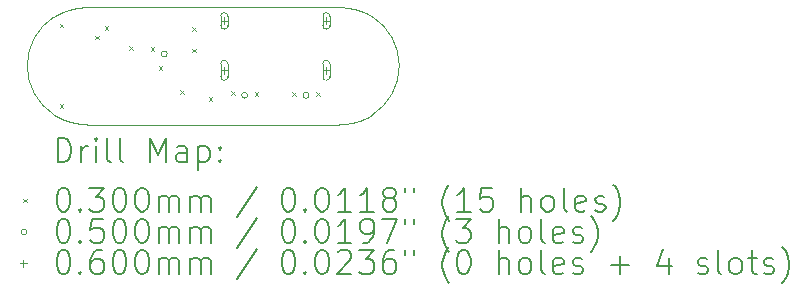
<source format=gbr>
%TF.GenerationSoftware,KiCad,Pcbnew,9.0.6*%
%TF.CreationDate,2025-12-29T00:57:44+09:00*%
%TF.ProjectId,muon,6d756f6e-2e6b-4696-9361-645f70636258,rev?*%
%TF.SameCoordinates,Original*%
%TF.FileFunction,Drillmap*%
%TF.FilePolarity,Positive*%
%FSLAX45Y45*%
G04 Gerber Fmt 4.5, Leading zero omitted, Abs format (unit mm)*
G04 Created by KiCad (PCBNEW 9.0.6) date 2025-12-29 00:57:44*
%MOMM*%
%LPD*%
G01*
G04 APERTURE LIST*
%ADD10C,0.050000*%
%ADD11C,0.200000*%
%ADD12C,0.100000*%
G04 APERTURE END LIST*
D10*
X8172120Y-5084630D02*
G75*
G02*
X8172120Y-5915370I-264620J-415370D01*
G01*
X7769895Y-5000000D02*
X5880105Y-5000000D01*
X5880105Y-6000000D02*
X5874430Y-6000000D01*
X5868715Y-5999997D01*
X5862961Y-5999991D01*
X5857169Y-5999979D01*
X5854258Y-5999971D01*
X5851339Y-5999960D01*
X5848411Y-5999946D01*
X5845473Y-5999930D01*
X5842527Y-5999911D01*
X5839573Y-5999889D01*
X5836609Y-5999864D01*
X5833638Y-5999835D01*
X5830658Y-5999802D01*
X5827669Y-5999765D01*
X5824673Y-5999723D01*
X5821669Y-5999677D01*
X5818657Y-5999626D01*
X5815638Y-5999570D01*
X5812611Y-5999509D01*
X5809576Y-5999442D01*
X5806535Y-5999369D01*
X5803486Y-5999291D01*
X5800430Y-5999206D01*
X5797367Y-5999114D01*
X5794297Y-5999016D01*
X5791221Y-5998910D01*
X5788138Y-5998798D01*
X5785049Y-5998678D01*
X5781954Y-5998550D01*
X5778852Y-5998414D01*
X5777299Y-5998343D01*
X5775745Y-5998270D01*
X5774189Y-5998195D01*
X5772631Y-5998117D01*
X5771072Y-5998038D01*
X5769512Y-5997956D01*
X5767950Y-5997872D01*
X5766387Y-5997786D01*
X5764823Y-5997697D01*
X5763257Y-5997606D01*
X5761689Y-5997513D01*
X5760121Y-5997417D01*
X5758551Y-5997319D01*
X5756980Y-5997219D01*
X5755407Y-5997116D01*
X5753834Y-5997010D01*
X5752259Y-5996902D01*
X5750682Y-5996791D01*
X5749105Y-5996678D01*
X5747526Y-5996562D01*
X5745947Y-5996444D01*
X5744366Y-5996323D01*
X5742783Y-5996199D01*
X5741200Y-5996072D01*
X5739616Y-5995942D01*
X5738030Y-5995810D01*
X5736444Y-5995675D01*
X5734856Y-5995537D01*
X5733267Y-5995396D01*
X5731677Y-5995252D01*
X5730086Y-5995105D01*
X5728495Y-5994956D01*
X5726902Y-5994803D01*
X5725308Y-5994647D01*
X5723713Y-5994488D01*
X5722117Y-5994326D01*
X5720520Y-5994160D01*
X5718923Y-5993992D01*
X5717324Y-5993820D01*
X5715725Y-5993646D01*
X5714125Y-5993467D01*
X5712523Y-5993286D01*
X5710921Y-5993101D01*
X5709319Y-5992913D01*
X5707715Y-5992721D01*
X5706111Y-5992527D01*
X5704505Y-5992328D01*
X5702899Y-5992126D01*
X5701293Y-5991921D01*
X5699685Y-5991712D01*
X5698077Y-5991499D01*
X5696468Y-5991283D01*
X5694858Y-5991064D01*
X5693248Y-5990840D01*
X5691637Y-5990613D01*
X5690026Y-5990382D01*
X5688414Y-5990148D01*
X5686801Y-5989909D01*
X5685188Y-5989667D01*
X5683574Y-5989421D01*
X5681959Y-5989171D01*
X5680344Y-5988917D01*
X5678729Y-5988660D01*
X5677113Y-5988398D01*
X5675496Y-5988132D01*
X5673879Y-5987863D01*
X5672261Y-5987589D01*
X5670643Y-5987311D01*
X5669025Y-5987029D01*
X5667406Y-5986743D01*
X5665787Y-5986453D01*
X5664167Y-5986158D01*
X5662548Y-5985859D01*
X5660927Y-5985556D01*
X5659307Y-5985249D01*
X5657686Y-5984938D01*
X5656064Y-5984622D01*
X5654443Y-5984301D01*
X5652821Y-5983976D01*
X5651199Y-5983647D01*
X5649576Y-5983313D01*
X5647954Y-5982975D01*
X5646331Y-5982632D01*
X5644708Y-5982285D01*
X5643085Y-5981933D01*
X5641461Y-5981577D01*
X5639838Y-5981215D01*
X5638214Y-5980849D01*
X5636591Y-5980479D01*
X5634967Y-5980103D01*
X5633343Y-5979723D01*
X5631719Y-5979338D01*
X5630095Y-5978948D01*
X5628471Y-5978554D01*
X5626847Y-5978154D01*
X5625222Y-5977750D01*
X5623598Y-5977340D01*
X5621974Y-5976926D01*
X5620350Y-5976506D01*
X5618726Y-5976081D01*
X5617102Y-5975652D01*
X5615478Y-5975217D01*
X5613855Y-5974777D01*
X5612231Y-5974332D01*
X5610607Y-5973882D01*
X5608984Y-5973426D01*
X5607361Y-5972965D01*
X5605738Y-5972499D01*
X5604115Y-5972028D01*
X5602493Y-5971551D01*
X5600870Y-5971069D01*
X5599248Y-5970581D01*
X5597626Y-5970088D01*
X5596005Y-5969590D01*
X5594383Y-5969086D01*
X5592762Y-5968576D01*
X5591142Y-5968061D01*
X5589521Y-5967540D01*
X5587901Y-5967014D01*
X5586282Y-5966482D01*
X5584663Y-5965944D01*
X5583044Y-5965401D01*
X5581425Y-5964852D01*
X5579807Y-5964297D01*
X5578190Y-5963736D01*
X5576573Y-5963169D01*
X5574956Y-5962597D01*
X5573340Y-5962018D01*
X5571725Y-5961434D01*
X5570110Y-5960844D01*
X5568495Y-5960247D01*
X5566881Y-5959645D01*
X5565268Y-5959037D01*
X5563655Y-5958422D01*
X5562043Y-5957802D01*
X5560431Y-5957175D01*
X5558821Y-5956542D01*
X5557210Y-5955903D01*
X5555601Y-5955258D01*
X5553992Y-5954606D01*
X5552384Y-5953948D01*
X5550776Y-5953284D01*
X5549169Y-5952614D01*
X5547563Y-5951937D01*
X5545958Y-5951253D01*
X5544354Y-5950563D01*
X5542750Y-5949867D01*
X5541147Y-5949164D01*
X5539545Y-5948455D01*
X5537944Y-5947739D01*
X5536344Y-5947017D01*
X5534744Y-5946288D01*
X5533146Y-5945552D01*
X5531548Y-5944809D01*
X5529951Y-5944060D01*
X5528356Y-5943304D01*
X5526761Y-5942542D01*
X5525167Y-5941772D01*
X5523574Y-5940996D01*
X5521982Y-5940212D01*
X5520391Y-5939422D01*
X5518802Y-5938625D01*
X5517213Y-5937821D01*
X5515625Y-5937010D01*
X5514038Y-5936192D01*
X5512453Y-5935367D01*
X5510868Y-5934535D01*
X5509285Y-5933696D01*
X5507703Y-5932849D01*
X5506122Y-5931996D01*
X5504542Y-5931135D01*
X5502963Y-5930267D01*
X5501386Y-5929391D01*
X5499810Y-5928509D01*
X5498235Y-5927619D01*
X5496661Y-5926722D01*
X5495089Y-5925817D01*
X5493517Y-5924905D01*
X5491948Y-5923985D01*
X5490379Y-5923058D01*
X5488812Y-5922124D01*
X5487246Y-5921182D01*
X5485681Y-5920232D01*
X5484118Y-5919275D01*
X5482556Y-5918310D01*
X5480996Y-5917338D01*
X5479437Y-5916358D01*
X5477880Y-5915370D01*
X7769895Y-5000000D02*
X7775570Y-5000000D01*
X7781285Y-5000003D01*
X7787039Y-5000009D01*
X7792831Y-5000021D01*
X7795741Y-5000029D01*
X7798661Y-5000040D01*
X7801589Y-5000054D01*
X7804526Y-5000070D01*
X7807473Y-5000089D01*
X7810427Y-5000111D01*
X7813391Y-5000136D01*
X7816362Y-5000165D01*
X7819342Y-5000198D01*
X7822330Y-5000235D01*
X7825327Y-5000277D01*
X7828331Y-5000323D01*
X7831343Y-5000374D01*
X7834362Y-5000430D01*
X7837389Y-5000491D01*
X7840424Y-5000558D01*
X7843465Y-5000631D01*
X7846514Y-5000709D01*
X7849570Y-5000794D01*
X7852633Y-5000886D01*
X7855703Y-5000984D01*
X7858779Y-5001090D01*
X7861862Y-5001202D01*
X7864951Y-5001322D01*
X7868046Y-5001450D01*
X7871148Y-5001586D01*
X7872701Y-5001657D01*
X7874255Y-5001730D01*
X7875811Y-5001805D01*
X7877369Y-5001883D01*
X7878928Y-5001962D01*
X7880488Y-5002044D01*
X7882050Y-5002128D01*
X7883613Y-5002214D01*
X7885177Y-5002303D01*
X7886743Y-5002394D01*
X7888310Y-5002487D01*
X7889879Y-5002583D01*
X7891449Y-5002681D01*
X7893020Y-5002781D01*
X7894593Y-5002884D01*
X7896166Y-5002990D01*
X7897741Y-5003098D01*
X7899317Y-5003209D01*
X7900895Y-5003322D01*
X7902473Y-5003438D01*
X7904053Y-5003556D01*
X7905634Y-5003677D01*
X7907216Y-5003801D01*
X7908800Y-5003928D01*
X7910384Y-5004058D01*
X7911970Y-5004190D01*
X7913556Y-5004325D01*
X7915144Y-5004463D01*
X7916733Y-5004604D01*
X7918323Y-5004748D01*
X7919914Y-5004895D01*
X7921505Y-5005044D01*
X7923098Y-5005197D01*
X7924692Y-5005353D01*
X7926287Y-5005512D01*
X7927883Y-5005674D01*
X7929479Y-5005840D01*
X7931077Y-5006008D01*
X7932676Y-5006180D01*
X7934275Y-5006354D01*
X7935875Y-5006533D01*
X7937476Y-5006714D01*
X7939078Y-5006899D01*
X7940681Y-5007087D01*
X7942285Y-5007279D01*
X7943889Y-5007473D01*
X7945495Y-5007672D01*
X7947101Y-5007874D01*
X7948707Y-5008079D01*
X7950315Y-5008288D01*
X7951923Y-5008501D01*
X7953532Y-5008717D01*
X7955141Y-5008936D01*
X7956752Y-5009160D01*
X7958363Y-5009387D01*
X7959974Y-5009618D01*
X7961586Y-5009852D01*
X7963199Y-5010091D01*
X7964812Y-5010333D01*
X7966426Y-5010579D01*
X7968041Y-5010829D01*
X7969656Y-5011083D01*
X7971271Y-5011340D01*
X7972887Y-5011602D01*
X7974504Y-5011868D01*
X7976121Y-5012137D01*
X7977738Y-5012411D01*
X7979356Y-5012689D01*
X7980975Y-5012971D01*
X7982594Y-5013257D01*
X7984213Y-5013547D01*
X7985832Y-5013842D01*
X7987452Y-5014141D01*
X7989073Y-5014444D01*
X7990693Y-5014751D01*
X7992314Y-5015062D01*
X7993936Y-5015378D01*
X7995557Y-5015699D01*
X7997179Y-5016024D01*
X7998801Y-5016353D01*
X8000424Y-5016687D01*
X8002046Y-5017025D01*
X8003669Y-5017368D01*
X8005292Y-5017715D01*
X8006915Y-5018067D01*
X8008538Y-5018423D01*
X8010162Y-5018785D01*
X8011786Y-5019151D01*
X8013409Y-5019521D01*
X8015033Y-5019897D01*
X8016657Y-5020277D01*
X8018281Y-5020662D01*
X8019905Y-5021052D01*
X8021529Y-5021446D01*
X8023153Y-5021846D01*
X8024778Y-5022250D01*
X8026402Y-5022660D01*
X8028026Y-5023074D01*
X8029650Y-5023494D01*
X8031274Y-5023919D01*
X8032898Y-5024348D01*
X8034522Y-5024783D01*
X8036145Y-5025223D01*
X8037769Y-5025668D01*
X8039392Y-5026118D01*
X8041016Y-5026574D01*
X8042639Y-5027035D01*
X8044262Y-5027501D01*
X8045885Y-5027972D01*
X8047507Y-5028449D01*
X8049130Y-5028931D01*
X8050752Y-5029419D01*
X8052374Y-5029912D01*
X8053995Y-5030410D01*
X8055617Y-5030914D01*
X8057238Y-5031424D01*
X8058858Y-5031939D01*
X8060479Y-5032460D01*
X8062099Y-5032986D01*
X8063718Y-5033518D01*
X8065337Y-5034056D01*
X8066956Y-5034599D01*
X8068575Y-5035148D01*
X8070193Y-5035703D01*
X8071810Y-5036264D01*
X8073427Y-5036831D01*
X8075044Y-5037403D01*
X8076660Y-5037982D01*
X8078275Y-5038566D01*
X8079890Y-5039156D01*
X8081505Y-5039753D01*
X8083119Y-5040355D01*
X8084732Y-5040963D01*
X8086345Y-5041578D01*
X8087957Y-5042198D01*
X8089569Y-5042825D01*
X8091179Y-5043458D01*
X8092790Y-5044097D01*
X8094399Y-5044742D01*
X8096008Y-5045394D01*
X8097616Y-5046052D01*
X8099224Y-5046716D01*
X8100831Y-5047386D01*
X8102437Y-5048063D01*
X8104042Y-5048747D01*
X8105646Y-5049437D01*
X8107250Y-5050133D01*
X8108853Y-5050836D01*
X8110455Y-5051545D01*
X8112056Y-5052261D01*
X8113656Y-5052983D01*
X8115256Y-5053712D01*
X8116854Y-5054448D01*
X8118452Y-5055191D01*
X8120049Y-5055940D01*
X8121644Y-5056696D01*
X8123239Y-5057458D01*
X8124833Y-5058228D01*
X8126426Y-5059004D01*
X8128018Y-5059788D01*
X8129609Y-5060578D01*
X8131198Y-5061375D01*
X8132787Y-5062179D01*
X8134375Y-5062990D01*
X8135962Y-5063808D01*
X8137547Y-5064633D01*
X8139132Y-5065465D01*
X8140715Y-5066304D01*
X8142297Y-5067151D01*
X8143878Y-5068004D01*
X8145458Y-5068865D01*
X8147037Y-5069733D01*
X8148614Y-5070609D01*
X8150190Y-5071491D01*
X8151765Y-5072381D01*
X8153339Y-5073278D01*
X8154911Y-5074183D01*
X8156483Y-5075095D01*
X8158052Y-5076015D01*
X8159621Y-5076942D01*
X8161188Y-5077876D01*
X8162754Y-5078818D01*
X8164319Y-5079768D01*
X8165882Y-5080725D01*
X8167444Y-5081690D01*
X8169004Y-5082662D01*
X8170563Y-5083642D01*
X8172120Y-5084630D01*
X5880105Y-6000000D02*
X7769895Y-6000000D01*
X7769895Y-6000000D02*
X7775570Y-6000000D01*
X7781285Y-5999997D01*
X7787039Y-5999991D01*
X7792831Y-5999979D01*
X7795741Y-5999971D01*
X7798661Y-5999960D01*
X7801589Y-5999946D01*
X7804526Y-5999930D01*
X7807473Y-5999911D01*
X7810427Y-5999889D01*
X7813391Y-5999864D01*
X7816362Y-5999835D01*
X7819342Y-5999802D01*
X7822330Y-5999765D01*
X7825327Y-5999723D01*
X7828331Y-5999677D01*
X7831343Y-5999626D01*
X7834362Y-5999570D01*
X7837389Y-5999509D01*
X7840424Y-5999442D01*
X7843465Y-5999369D01*
X7846514Y-5999291D01*
X7849570Y-5999206D01*
X7852633Y-5999114D01*
X7855703Y-5999016D01*
X7858779Y-5998910D01*
X7861862Y-5998798D01*
X7864951Y-5998678D01*
X7868046Y-5998550D01*
X7871148Y-5998414D01*
X7872701Y-5998343D01*
X7874255Y-5998270D01*
X7875811Y-5998195D01*
X7877369Y-5998117D01*
X7878928Y-5998038D01*
X7880488Y-5997956D01*
X7882050Y-5997872D01*
X7883613Y-5997786D01*
X7885177Y-5997697D01*
X7886743Y-5997606D01*
X7888310Y-5997513D01*
X7889879Y-5997417D01*
X7891449Y-5997319D01*
X7893020Y-5997219D01*
X7894593Y-5997116D01*
X7896166Y-5997010D01*
X7897741Y-5996902D01*
X7899317Y-5996791D01*
X7900895Y-5996678D01*
X7902473Y-5996562D01*
X7904053Y-5996444D01*
X7905634Y-5996323D01*
X7907216Y-5996199D01*
X7908800Y-5996072D01*
X7910384Y-5995942D01*
X7911970Y-5995810D01*
X7913556Y-5995675D01*
X7915144Y-5995537D01*
X7916733Y-5995396D01*
X7918323Y-5995252D01*
X7919914Y-5995105D01*
X7921505Y-5994956D01*
X7923098Y-5994803D01*
X7924692Y-5994647D01*
X7926287Y-5994488D01*
X7927883Y-5994326D01*
X7929479Y-5994160D01*
X7931077Y-5993992D01*
X7932676Y-5993820D01*
X7934275Y-5993646D01*
X7935875Y-5993467D01*
X7937476Y-5993286D01*
X7939078Y-5993101D01*
X7940681Y-5992913D01*
X7942285Y-5992721D01*
X7943889Y-5992527D01*
X7945495Y-5992328D01*
X7947101Y-5992126D01*
X7948707Y-5991921D01*
X7950315Y-5991712D01*
X7951923Y-5991499D01*
X7953532Y-5991283D01*
X7955141Y-5991064D01*
X7956752Y-5990840D01*
X7958363Y-5990613D01*
X7959974Y-5990382D01*
X7961586Y-5990148D01*
X7963199Y-5989909D01*
X7964812Y-5989667D01*
X7966426Y-5989421D01*
X7968041Y-5989171D01*
X7969656Y-5988917D01*
X7971271Y-5988660D01*
X7972887Y-5988398D01*
X7974504Y-5988132D01*
X7976121Y-5987863D01*
X7977738Y-5987589D01*
X7979356Y-5987311D01*
X7980975Y-5987029D01*
X7982594Y-5986743D01*
X7984213Y-5986453D01*
X7985832Y-5986158D01*
X7987452Y-5985859D01*
X7989073Y-5985556D01*
X7990693Y-5985249D01*
X7992314Y-5984938D01*
X7993936Y-5984622D01*
X7995557Y-5984301D01*
X7997179Y-5983976D01*
X7998801Y-5983647D01*
X8000424Y-5983313D01*
X8002046Y-5982975D01*
X8003669Y-5982632D01*
X8005292Y-5982285D01*
X8006915Y-5981933D01*
X8008538Y-5981577D01*
X8010162Y-5981215D01*
X8011786Y-5980849D01*
X8013409Y-5980479D01*
X8015033Y-5980103D01*
X8016657Y-5979723D01*
X8018281Y-5979338D01*
X8019905Y-5978948D01*
X8021529Y-5978554D01*
X8023153Y-5978154D01*
X8024778Y-5977750D01*
X8026402Y-5977340D01*
X8028026Y-5976926D01*
X8029650Y-5976506D01*
X8031274Y-5976081D01*
X8032898Y-5975652D01*
X8034522Y-5975217D01*
X8036145Y-5974777D01*
X8037769Y-5974332D01*
X8039392Y-5973882D01*
X8041016Y-5973426D01*
X8042639Y-5972965D01*
X8044262Y-5972499D01*
X8045885Y-5972028D01*
X8047507Y-5971551D01*
X8049130Y-5971069D01*
X8050752Y-5970581D01*
X8052374Y-5970088D01*
X8053995Y-5969590D01*
X8055617Y-5969086D01*
X8057238Y-5968576D01*
X8058858Y-5968061D01*
X8060479Y-5967540D01*
X8062099Y-5967014D01*
X8063718Y-5966482D01*
X8065337Y-5965944D01*
X8066956Y-5965401D01*
X8068575Y-5964852D01*
X8070193Y-5964297D01*
X8071810Y-5963736D01*
X8073427Y-5963169D01*
X8075044Y-5962597D01*
X8076660Y-5962018D01*
X8078275Y-5961434D01*
X8079890Y-5960844D01*
X8081505Y-5960247D01*
X8083119Y-5959645D01*
X8084732Y-5959037D01*
X8086345Y-5958422D01*
X8087957Y-5957802D01*
X8089569Y-5957175D01*
X8091179Y-5956542D01*
X8092790Y-5955903D01*
X8094399Y-5955258D01*
X8096008Y-5954606D01*
X8097616Y-5953948D01*
X8099224Y-5953284D01*
X8100831Y-5952614D01*
X8102437Y-5951937D01*
X8104042Y-5951253D01*
X8105646Y-5950563D01*
X8107250Y-5949867D01*
X8108853Y-5949164D01*
X8110455Y-5948455D01*
X8112056Y-5947739D01*
X8113656Y-5947017D01*
X8115256Y-5946288D01*
X8116854Y-5945552D01*
X8118452Y-5944809D01*
X8120049Y-5944060D01*
X8121644Y-5943304D01*
X8123239Y-5942542D01*
X8124833Y-5941772D01*
X8126426Y-5940996D01*
X8128018Y-5940212D01*
X8129609Y-5939422D01*
X8131198Y-5938625D01*
X8132787Y-5937821D01*
X8134375Y-5937010D01*
X8135962Y-5936192D01*
X8137547Y-5935367D01*
X8139132Y-5934535D01*
X8140715Y-5933696D01*
X8142297Y-5932849D01*
X8143878Y-5931996D01*
X8145458Y-5931135D01*
X8147037Y-5930267D01*
X8148614Y-5929391D01*
X8150190Y-5928509D01*
X8151765Y-5927619D01*
X8153339Y-5926722D01*
X8154911Y-5925817D01*
X8156483Y-5924905D01*
X8158052Y-5923985D01*
X8159621Y-5923058D01*
X8161188Y-5922124D01*
X8162754Y-5921182D01*
X8164319Y-5920232D01*
X8165882Y-5919275D01*
X8167444Y-5918310D01*
X8169004Y-5917338D01*
X8170563Y-5916358D01*
X8172120Y-5915370D01*
X5880105Y-5000000D02*
X5874430Y-5000000D01*
X5868715Y-5000003D01*
X5862961Y-5000009D01*
X5857169Y-5000021D01*
X5854258Y-5000029D01*
X5851339Y-5000040D01*
X5848411Y-5000054D01*
X5845473Y-5000070D01*
X5842527Y-5000089D01*
X5839573Y-5000111D01*
X5836609Y-5000136D01*
X5833638Y-5000165D01*
X5830658Y-5000198D01*
X5827669Y-5000235D01*
X5824673Y-5000277D01*
X5821669Y-5000323D01*
X5818657Y-5000374D01*
X5815638Y-5000430D01*
X5812611Y-5000491D01*
X5809576Y-5000558D01*
X5806535Y-5000631D01*
X5803486Y-5000709D01*
X5800430Y-5000794D01*
X5797367Y-5000886D01*
X5794297Y-5000984D01*
X5791221Y-5001090D01*
X5788138Y-5001202D01*
X5785049Y-5001322D01*
X5781954Y-5001450D01*
X5778852Y-5001586D01*
X5777299Y-5001657D01*
X5775745Y-5001730D01*
X5774189Y-5001805D01*
X5772631Y-5001883D01*
X5771072Y-5001962D01*
X5769512Y-5002044D01*
X5767950Y-5002128D01*
X5766387Y-5002214D01*
X5764823Y-5002303D01*
X5763257Y-5002394D01*
X5761689Y-5002487D01*
X5760121Y-5002583D01*
X5758551Y-5002681D01*
X5756980Y-5002781D01*
X5755407Y-5002884D01*
X5753834Y-5002990D01*
X5752259Y-5003098D01*
X5750682Y-5003209D01*
X5749105Y-5003322D01*
X5747526Y-5003438D01*
X5745947Y-5003556D01*
X5744366Y-5003677D01*
X5742783Y-5003801D01*
X5741200Y-5003928D01*
X5739616Y-5004058D01*
X5738030Y-5004190D01*
X5736444Y-5004325D01*
X5734856Y-5004463D01*
X5733267Y-5004604D01*
X5731677Y-5004748D01*
X5730086Y-5004895D01*
X5728495Y-5005044D01*
X5726902Y-5005197D01*
X5725308Y-5005353D01*
X5723713Y-5005512D01*
X5722117Y-5005674D01*
X5720520Y-5005840D01*
X5718923Y-5006008D01*
X5717324Y-5006180D01*
X5715725Y-5006354D01*
X5714125Y-5006533D01*
X5712523Y-5006714D01*
X5710921Y-5006899D01*
X5709319Y-5007087D01*
X5707715Y-5007279D01*
X5706111Y-5007473D01*
X5704505Y-5007672D01*
X5702899Y-5007874D01*
X5701293Y-5008079D01*
X5699685Y-5008288D01*
X5698077Y-5008501D01*
X5696468Y-5008717D01*
X5694858Y-5008936D01*
X5693248Y-5009160D01*
X5691637Y-5009387D01*
X5690026Y-5009618D01*
X5688414Y-5009852D01*
X5686801Y-5010091D01*
X5685188Y-5010333D01*
X5683574Y-5010579D01*
X5681959Y-5010829D01*
X5680344Y-5011083D01*
X5678729Y-5011340D01*
X5677113Y-5011602D01*
X5675496Y-5011868D01*
X5673879Y-5012137D01*
X5672261Y-5012411D01*
X5670643Y-5012689D01*
X5669025Y-5012971D01*
X5667406Y-5013257D01*
X5665787Y-5013547D01*
X5664167Y-5013842D01*
X5662548Y-5014141D01*
X5660927Y-5014444D01*
X5659307Y-5014751D01*
X5657686Y-5015062D01*
X5656064Y-5015378D01*
X5654443Y-5015699D01*
X5652821Y-5016024D01*
X5651199Y-5016353D01*
X5649576Y-5016687D01*
X5647954Y-5017025D01*
X5646331Y-5017368D01*
X5644708Y-5017715D01*
X5643085Y-5018067D01*
X5641461Y-5018423D01*
X5639838Y-5018785D01*
X5638214Y-5019151D01*
X5636591Y-5019521D01*
X5634967Y-5019897D01*
X5633343Y-5020277D01*
X5631719Y-5020662D01*
X5630095Y-5021052D01*
X5628471Y-5021446D01*
X5626847Y-5021846D01*
X5625222Y-5022250D01*
X5623598Y-5022660D01*
X5621974Y-5023074D01*
X5620350Y-5023494D01*
X5618726Y-5023919D01*
X5617102Y-5024348D01*
X5615478Y-5024783D01*
X5613855Y-5025223D01*
X5612231Y-5025668D01*
X5610607Y-5026118D01*
X5608984Y-5026574D01*
X5607361Y-5027035D01*
X5605738Y-5027501D01*
X5604115Y-5027972D01*
X5602493Y-5028449D01*
X5600870Y-5028931D01*
X5599248Y-5029419D01*
X5597626Y-5029912D01*
X5596005Y-5030410D01*
X5594383Y-5030914D01*
X5592762Y-5031424D01*
X5591142Y-5031939D01*
X5589521Y-5032460D01*
X5587901Y-5032986D01*
X5586282Y-5033518D01*
X5584663Y-5034056D01*
X5583044Y-5034599D01*
X5581425Y-5035148D01*
X5579807Y-5035703D01*
X5578190Y-5036264D01*
X5576573Y-5036831D01*
X5574956Y-5037403D01*
X5573340Y-5037982D01*
X5571725Y-5038566D01*
X5570110Y-5039156D01*
X5568495Y-5039753D01*
X5566881Y-5040355D01*
X5565268Y-5040963D01*
X5563655Y-5041578D01*
X5562043Y-5042198D01*
X5560431Y-5042825D01*
X5558821Y-5043458D01*
X5557210Y-5044097D01*
X5555601Y-5044742D01*
X5553992Y-5045394D01*
X5552384Y-5046052D01*
X5550776Y-5046716D01*
X5549169Y-5047386D01*
X5547563Y-5048063D01*
X5545958Y-5048747D01*
X5544354Y-5049437D01*
X5542750Y-5050133D01*
X5541147Y-5050836D01*
X5539545Y-5051545D01*
X5537944Y-5052261D01*
X5536344Y-5052983D01*
X5534744Y-5053712D01*
X5533146Y-5054448D01*
X5531548Y-5055191D01*
X5529951Y-5055940D01*
X5528356Y-5056696D01*
X5526761Y-5057458D01*
X5525167Y-5058228D01*
X5523574Y-5059004D01*
X5521982Y-5059788D01*
X5520391Y-5060578D01*
X5518802Y-5061375D01*
X5517213Y-5062179D01*
X5515625Y-5062990D01*
X5514038Y-5063808D01*
X5512453Y-5064633D01*
X5510868Y-5065465D01*
X5509285Y-5066304D01*
X5507703Y-5067151D01*
X5506122Y-5068004D01*
X5504542Y-5068865D01*
X5502963Y-5069733D01*
X5501386Y-5070609D01*
X5499810Y-5071491D01*
X5498235Y-5072381D01*
X5496661Y-5073278D01*
X5495089Y-5074183D01*
X5493517Y-5075095D01*
X5491948Y-5076015D01*
X5490379Y-5076942D01*
X5488812Y-5077876D01*
X5487246Y-5078818D01*
X5485681Y-5079768D01*
X5484118Y-5080725D01*
X5482556Y-5081690D01*
X5480996Y-5082662D01*
X5479437Y-5083642D01*
X5477880Y-5084630D01*
X5477880Y-5915370D02*
G75*
G02*
X5477880Y-5084630I264620J415370D01*
G01*
D11*
D12*
X5525000Y-5145000D02*
X5555000Y-5175000D01*
X5555000Y-5145000D02*
X5525000Y-5175000D01*
X5525000Y-5825000D02*
X5555000Y-5855000D01*
X5555000Y-5825000D02*
X5525000Y-5855000D01*
X5825000Y-5245000D02*
X5855000Y-5275000D01*
X5855000Y-5245000D02*
X5825000Y-5275000D01*
X5905000Y-5165000D02*
X5935000Y-5195000D01*
X5935000Y-5165000D02*
X5905000Y-5195000D01*
X6115000Y-5335000D02*
X6145000Y-5365000D01*
X6145000Y-5335000D02*
X6115000Y-5365000D01*
X6295000Y-5345000D02*
X6325000Y-5375000D01*
X6325000Y-5345000D02*
X6295000Y-5375000D01*
X6365000Y-5505000D02*
X6395000Y-5535000D01*
X6395000Y-5505000D02*
X6365000Y-5535000D01*
X6545000Y-5705000D02*
X6575000Y-5735000D01*
X6575000Y-5705000D02*
X6545000Y-5735000D01*
X6645000Y-5175000D02*
X6675000Y-5205000D01*
X6675000Y-5175000D02*
X6645000Y-5205000D01*
X6645000Y-5355000D02*
X6675000Y-5385000D01*
X6675000Y-5355000D02*
X6645000Y-5385000D01*
X6785000Y-5765000D02*
X6815000Y-5795000D01*
X6815000Y-5765000D02*
X6785000Y-5795000D01*
X6975000Y-5715000D02*
X7005000Y-5745000D01*
X7005000Y-5715000D02*
X6975000Y-5745000D01*
X7175000Y-5725000D02*
X7205000Y-5755000D01*
X7205000Y-5725000D02*
X7175000Y-5755000D01*
X7495000Y-5725000D02*
X7525000Y-5755000D01*
X7525000Y-5725000D02*
X7495000Y-5755000D01*
X7695000Y-5725000D02*
X7725000Y-5755000D01*
X7725000Y-5725000D02*
X7695000Y-5755000D01*
X6435000Y-5400000D02*
G75*
G02*
X6385000Y-5400000I-25000J0D01*
G01*
X6385000Y-5400000D02*
G75*
G02*
X6435000Y-5400000I25000J0D01*
G01*
X7115000Y-5750000D02*
G75*
G02*
X7065000Y-5750000I-25000J0D01*
G01*
X7065000Y-5750000D02*
G75*
G02*
X7115000Y-5750000I25000J0D01*
G01*
X7635000Y-5750000D02*
G75*
G02*
X7585000Y-5750000I-25000J0D01*
G01*
X7585000Y-5750000D02*
G75*
G02*
X7635000Y-5750000I25000J0D01*
G01*
X6918000Y-5090000D02*
X6918000Y-5150000D01*
X6888000Y-5120000D02*
X6948000Y-5120000D01*
X6948000Y-5160000D02*
X6948000Y-5080000D01*
X6888000Y-5080000D02*
G75*
G02*
X6948000Y-5080000I30000J0D01*
G01*
X6888000Y-5080000D02*
X6888000Y-5160000D01*
X6888000Y-5160000D02*
G75*
G03*
X6948000Y-5160000I30000J0D01*
G01*
X6918000Y-5508000D02*
X6918000Y-5568000D01*
X6888000Y-5538000D02*
X6948000Y-5538000D01*
X6948000Y-5593000D02*
X6948000Y-5483000D01*
X6888000Y-5483000D02*
G75*
G02*
X6948000Y-5483000I30000J0D01*
G01*
X6888000Y-5483000D02*
X6888000Y-5593000D01*
X6888000Y-5593000D02*
G75*
G03*
X6948000Y-5593000I30000J0D01*
G01*
X7782000Y-5090000D02*
X7782000Y-5150000D01*
X7752000Y-5120000D02*
X7812000Y-5120000D01*
X7812000Y-5160000D02*
X7812000Y-5080000D01*
X7752000Y-5080000D02*
G75*
G02*
X7812000Y-5080000I30000J0D01*
G01*
X7752000Y-5080000D02*
X7752000Y-5160000D01*
X7752000Y-5160000D02*
G75*
G03*
X7812000Y-5160000I30000J0D01*
G01*
X7782000Y-5508000D02*
X7782000Y-5568000D01*
X7752000Y-5538000D02*
X7812000Y-5538000D01*
X7812000Y-5593000D02*
X7812000Y-5483000D01*
X7752000Y-5483000D02*
G75*
G02*
X7812000Y-5483000I30000J0D01*
G01*
X7752000Y-5483000D02*
X7752000Y-5593000D01*
X7752000Y-5593000D02*
G75*
G03*
X7812000Y-5593000I30000J0D01*
G01*
D11*
X5508277Y-6313984D02*
X5508277Y-6113984D01*
X5508277Y-6113984D02*
X5555896Y-6113984D01*
X5555896Y-6113984D02*
X5584468Y-6123508D01*
X5584468Y-6123508D02*
X5603515Y-6142555D01*
X5603515Y-6142555D02*
X5613039Y-6161603D01*
X5613039Y-6161603D02*
X5622563Y-6199698D01*
X5622563Y-6199698D02*
X5622563Y-6228269D01*
X5622563Y-6228269D02*
X5613039Y-6266365D01*
X5613039Y-6266365D02*
X5603515Y-6285412D01*
X5603515Y-6285412D02*
X5584468Y-6304460D01*
X5584468Y-6304460D02*
X5555896Y-6313984D01*
X5555896Y-6313984D02*
X5508277Y-6313984D01*
X5708277Y-6313984D02*
X5708277Y-6180650D01*
X5708277Y-6218746D02*
X5717801Y-6199698D01*
X5717801Y-6199698D02*
X5727325Y-6190174D01*
X5727325Y-6190174D02*
X5746372Y-6180650D01*
X5746372Y-6180650D02*
X5765420Y-6180650D01*
X5832087Y-6313984D02*
X5832087Y-6180650D01*
X5832087Y-6113984D02*
X5822563Y-6123508D01*
X5822563Y-6123508D02*
X5832087Y-6133031D01*
X5832087Y-6133031D02*
X5841610Y-6123508D01*
X5841610Y-6123508D02*
X5832087Y-6113984D01*
X5832087Y-6113984D02*
X5832087Y-6133031D01*
X5955896Y-6313984D02*
X5936848Y-6304460D01*
X5936848Y-6304460D02*
X5927325Y-6285412D01*
X5927325Y-6285412D02*
X5927325Y-6113984D01*
X6060658Y-6313984D02*
X6041610Y-6304460D01*
X6041610Y-6304460D02*
X6032087Y-6285412D01*
X6032087Y-6285412D02*
X6032087Y-6113984D01*
X6289229Y-6313984D02*
X6289229Y-6113984D01*
X6289229Y-6113984D02*
X6355896Y-6256841D01*
X6355896Y-6256841D02*
X6422563Y-6113984D01*
X6422563Y-6113984D02*
X6422563Y-6313984D01*
X6603515Y-6313984D02*
X6603515Y-6209222D01*
X6603515Y-6209222D02*
X6593991Y-6190174D01*
X6593991Y-6190174D02*
X6574944Y-6180650D01*
X6574944Y-6180650D02*
X6536848Y-6180650D01*
X6536848Y-6180650D02*
X6517801Y-6190174D01*
X6603515Y-6304460D02*
X6584468Y-6313984D01*
X6584468Y-6313984D02*
X6536848Y-6313984D01*
X6536848Y-6313984D02*
X6517801Y-6304460D01*
X6517801Y-6304460D02*
X6508277Y-6285412D01*
X6508277Y-6285412D02*
X6508277Y-6266365D01*
X6508277Y-6266365D02*
X6517801Y-6247317D01*
X6517801Y-6247317D02*
X6536848Y-6237793D01*
X6536848Y-6237793D02*
X6584468Y-6237793D01*
X6584468Y-6237793D02*
X6603515Y-6228269D01*
X6698753Y-6180650D02*
X6698753Y-6380650D01*
X6698753Y-6190174D02*
X6717801Y-6180650D01*
X6717801Y-6180650D02*
X6755896Y-6180650D01*
X6755896Y-6180650D02*
X6774944Y-6190174D01*
X6774944Y-6190174D02*
X6784468Y-6199698D01*
X6784468Y-6199698D02*
X6793991Y-6218746D01*
X6793991Y-6218746D02*
X6793991Y-6275888D01*
X6793991Y-6275888D02*
X6784468Y-6294936D01*
X6784468Y-6294936D02*
X6774944Y-6304460D01*
X6774944Y-6304460D02*
X6755896Y-6313984D01*
X6755896Y-6313984D02*
X6717801Y-6313984D01*
X6717801Y-6313984D02*
X6698753Y-6304460D01*
X6879706Y-6294936D02*
X6889229Y-6304460D01*
X6889229Y-6304460D02*
X6879706Y-6313984D01*
X6879706Y-6313984D02*
X6870182Y-6304460D01*
X6870182Y-6304460D02*
X6879706Y-6294936D01*
X6879706Y-6294936D02*
X6879706Y-6313984D01*
X6879706Y-6190174D02*
X6889229Y-6199698D01*
X6889229Y-6199698D02*
X6879706Y-6209222D01*
X6879706Y-6209222D02*
X6870182Y-6199698D01*
X6870182Y-6199698D02*
X6879706Y-6190174D01*
X6879706Y-6190174D02*
X6879706Y-6209222D01*
D12*
X5217500Y-6627500D02*
X5247500Y-6657500D01*
X5247500Y-6627500D02*
X5217500Y-6657500D01*
D11*
X5546372Y-6533984D02*
X5565420Y-6533984D01*
X5565420Y-6533984D02*
X5584468Y-6543508D01*
X5584468Y-6543508D02*
X5593991Y-6553031D01*
X5593991Y-6553031D02*
X5603515Y-6572079D01*
X5603515Y-6572079D02*
X5613039Y-6610174D01*
X5613039Y-6610174D02*
X5613039Y-6657793D01*
X5613039Y-6657793D02*
X5603515Y-6695888D01*
X5603515Y-6695888D02*
X5593991Y-6714936D01*
X5593991Y-6714936D02*
X5584468Y-6724460D01*
X5584468Y-6724460D02*
X5565420Y-6733984D01*
X5565420Y-6733984D02*
X5546372Y-6733984D01*
X5546372Y-6733984D02*
X5527325Y-6724460D01*
X5527325Y-6724460D02*
X5517801Y-6714936D01*
X5517801Y-6714936D02*
X5508277Y-6695888D01*
X5508277Y-6695888D02*
X5498753Y-6657793D01*
X5498753Y-6657793D02*
X5498753Y-6610174D01*
X5498753Y-6610174D02*
X5508277Y-6572079D01*
X5508277Y-6572079D02*
X5517801Y-6553031D01*
X5517801Y-6553031D02*
X5527325Y-6543508D01*
X5527325Y-6543508D02*
X5546372Y-6533984D01*
X5698753Y-6714936D02*
X5708277Y-6724460D01*
X5708277Y-6724460D02*
X5698753Y-6733984D01*
X5698753Y-6733984D02*
X5689229Y-6724460D01*
X5689229Y-6724460D02*
X5698753Y-6714936D01*
X5698753Y-6714936D02*
X5698753Y-6733984D01*
X5774944Y-6533984D02*
X5898753Y-6533984D01*
X5898753Y-6533984D02*
X5832087Y-6610174D01*
X5832087Y-6610174D02*
X5860658Y-6610174D01*
X5860658Y-6610174D02*
X5879706Y-6619698D01*
X5879706Y-6619698D02*
X5889229Y-6629222D01*
X5889229Y-6629222D02*
X5898753Y-6648269D01*
X5898753Y-6648269D02*
X5898753Y-6695888D01*
X5898753Y-6695888D02*
X5889229Y-6714936D01*
X5889229Y-6714936D02*
X5879706Y-6724460D01*
X5879706Y-6724460D02*
X5860658Y-6733984D01*
X5860658Y-6733984D02*
X5803515Y-6733984D01*
X5803515Y-6733984D02*
X5784468Y-6724460D01*
X5784468Y-6724460D02*
X5774944Y-6714936D01*
X6022563Y-6533984D02*
X6041610Y-6533984D01*
X6041610Y-6533984D02*
X6060658Y-6543508D01*
X6060658Y-6543508D02*
X6070182Y-6553031D01*
X6070182Y-6553031D02*
X6079706Y-6572079D01*
X6079706Y-6572079D02*
X6089229Y-6610174D01*
X6089229Y-6610174D02*
X6089229Y-6657793D01*
X6089229Y-6657793D02*
X6079706Y-6695888D01*
X6079706Y-6695888D02*
X6070182Y-6714936D01*
X6070182Y-6714936D02*
X6060658Y-6724460D01*
X6060658Y-6724460D02*
X6041610Y-6733984D01*
X6041610Y-6733984D02*
X6022563Y-6733984D01*
X6022563Y-6733984D02*
X6003515Y-6724460D01*
X6003515Y-6724460D02*
X5993991Y-6714936D01*
X5993991Y-6714936D02*
X5984468Y-6695888D01*
X5984468Y-6695888D02*
X5974944Y-6657793D01*
X5974944Y-6657793D02*
X5974944Y-6610174D01*
X5974944Y-6610174D02*
X5984468Y-6572079D01*
X5984468Y-6572079D02*
X5993991Y-6553031D01*
X5993991Y-6553031D02*
X6003515Y-6543508D01*
X6003515Y-6543508D02*
X6022563Y-6533984D01*
X6213039Y-6533984D02*
X6232087Y-6533984D01*
X6232087Y-6533984D02*
X6251134Y-6543508D01*
X6251134Y-6543508D02*
X6260658Y-6553031D01*
X6260658Y-6553031D02*
X6270182Y-6572079D01*
X6270182Y-6572079D02*
X6279706Y-6610174D01*
X6279706Y-6610174D02*
X6279706Y-6657793D01*
X6279706Y-6657793D02*
X6270182Y-6695888D01*
X6270182Y-6695888D02*
X6260658Y-6714936D01*
X6260658Y-6714936D02*
X6251134Y-6724460D01*
X6251134Y-6724460D02*
X6232087Y-6733984D01*
X6232087Y-6733984D02*
X6213039Y-6733984D01*
X6213039Y-6733984D02*
X6193991Y-6724460D01*
X6193991Y-6724460D02*
X6184468Y-6714936D01*
X6184468Y-6714936D02*
X6174944Y-6695888D01*
X6174944Y-6695888D02*
X6165420Y-6657793D01*
X6165420Y-6657793D02*
X6165420Y-6610174D01*
X6165420Y-6610174D02*
X6174944Y-6572079D01*
X6174944Y-6572079D02*
X6184468Y-6553031D01*
X6184468Y-6553031D02*
X6193991Y-6543508D01*
X6193991Y-6543508D02*
X6213039Y-6533984D01*
X6365420Y-6733984D02*
X6365420Y-6600650D01*
X6365420Y-6619698D02*
X6374944Y-6610174D01*
X6374944Y-6610174D02*
X6393991Y-6600650D01*
X6393991Y-6600650D02*
X6422563Y-6600650D01*
X6422563Y-6600650D02*
X6441610Y-6610174D01*
X6441610Y-6610174D02*
X6451134Y-6629222D01*
X6451134Y-6629222D02*
X6451134Y-6733984D01*
X6451134Y-6629222D02*
X6460658Y-6610174D01*
X6460658Y-6610174D02*
X6479706Y-6600650D01*
X6479706Y-6600650D02*
X6508277Y-6600650D01*
X6508277Y-6600650D02*
X6527325Y-6610174D01*
X6527325Y-6610174D02*
X6536849Y-6629222D01*
X6536849Y-6629222D02*
X6536849Y-6733984D01*
X6632087Y-6733984D02*
X6632087Y-6600650D01*
X6632087Y-6619698D02*
X6641610Y-6610174D01*
X6641610Y-6610174D02*
X6660658Y-6600650D01*
X6660658Y-6600650D02*
X6689230Y-6600650D01*
X6689230Y-6600650D02*
X6708277Y-6610174D01*
X6708277Y-6610174D02*
X6717801Y-6629222D01*
X6717801Y-6629222D02*
X6717801Y-6733984D01*
X6717801Y-6629222D02*
X6727325Y-6610174D01*
X6727325Y-6610174D02*
X6746372Y-6600650D01*
X6746372Y-6600650D02*
X6774944Y-6600650D01*
X6774944Y-6600650D02*
X6793991Y-6610174D01*
X6793991Y-6610174D02*
X6803515Y-6629222D01*
X6803515Y-6629222D02*
X6803515Y-6733984D01*
X7193991Y-6524460D02*
X7022563Y-6781603D01*
X7451134Y-6533984D02*
X7470182Y-6533984D01*
X7470182Y-6533984D02*
X7489230Y-6543508D01*
X7489230Y-6543508D02*
X7498753Y-6553031D01*
X7498753Y-6553031D02*
X7508277Y-6572079D01*
X7508277Y-6572079D02*
X7517801Y-6610174D01*
X7517801Y-6610174D02*
X7517801Y-6657793D01*
X7517801Y-6657793D02*
X7508277Y-6695888D01*
X7508277Y-6695888D02*
X7498753Y-6714936D01*
X7498753Y-6714936D02*
X7489230Y-6724460D01*
X7489230Y-6724460D02*
X7470182Y-6733984D01*
X7470182Y-6733984D02*
X7451134Y-6733984D01*
X7451134Y-6733984D02*
X7432087Y-6724460D01*
X7432087Y-6724460D02*
X7422563Y-6714936D01*
X7422563Y-6714936D02*
X7413039Y-6695888D01*
X7413039Y-6695888D02*
X7403515Y-6657793D01*
X7403515Y-6657793D02*
X7403515Y-6610174D01*
X7403515Y-6610174D02*
X7413039Y-6572079D01*
X7413039Y-6572079D02*
X7422563Y-6553031D01*
X7422563Y-6553031D02*
X7432087Y-6543508D01*
X7432087Y-6543508D02*
X7451134Y-6533984D01*
X7603515Y-6714936D02*
X7613039Y-6724460D01*
X7613039Y-6724460D02*
X7603515Y-6733984D01*
X7603515Y-6733984D02*
X7593992Y-6724460D01*
X7593992Y-6724460D02*
X7603515Y-6714936D01*
X7603515Y-6714936D02*
X7603515Y-6733984D01*
X7736849Y-6533984D02*
X7755896Y-6533984D01*
X7755896Y-6533984D02*
X7774944Y-6543508D01*
X7774944Y-6543508D02*
X7784468Y-6553031D01*
X7784468Y-6553031D02*
X7793992Y-6572079D01*
X7793992Y-6572079D02*
X7803515Y-6610174D01*
X7803515Y-6610174D02*
X7803515Y-6657793D01*
X7803515Y-6657793D02*
X7793992Y-6695888D01*
X7793992Y-6695888D02*
X7784468Y-6714936D01*
X7784468Y-6714936D02*
X7774944Y-6724460D01*
X7774944Y-6724460D02*
X7755896Y-6733984D01*
X7755896Y-6733984D02*
X7736849Y-6733984D01*
X7736849Y-6733984D02*
X7717801Y-6724460D01*
X7717801Y-6724460D02*
X7708277Y-6714936D01*
X7708277Y-6714936D02*
X7698753Y-6695888D01*
X7698753Y-6695888D02*
X7689230Y-6657793D01*
X7689230Y-6657793D02*
X7689230Y-6610174D01*
X7689230Y-6610174D02*
X7698753Y-6572079D01*
X7698753Y-6572079D02*
X7708277Y-6553031D01*
X7708277Y-6553031D02*
X7717801Y-6543508D01*
X7717801Y-6543508D02*
X7736849Y-6533984D01*
X7993992Y-6733984D02*
X7879706Y-6733984D01*
X7936849Y-6733984D02*
X7936849Y-6533984D01*
X7936849Y-6533984D02*
X7917801Y-6562555D01*
X7917801Y-6562555D02*
X7898753Y-6581603D01*
X7898753Y-6581603D02*
X7879706Y-6591127D01*
X8184468Y-6733984D02*
X8070182Y-6733984D01*
X8127325Y-6733984D02*
X8127325Y-6533984D01*
X8127325Y-6533984D02*
X8108277Y-6562555D01*
X8108277Y-6562555D02*
X8089230Y-6581603D01*
X8089230Y-6581603D02*
X8070182Y-6591127D01*
X8298753Y-6619698D02*
X8279706Y-6610174D01*
X8279706Y-6610174D02*
X8270182Y-6600650D01*
X8270182Y-6600650D02*
X8260658Y-6581603D01*
X8260658Y-6581603D02*
X8260658Y-6572079D01*
X8260658Y-6572079D02*
X8270182Y-6553031D01*
X8270182Y-6553031D02*
X8279706Y-6543508D01*
X8279706Y-6543508D02*
X8298753Y-6533984D01*
X8298753Y-6533984D02*
X8336849Y-6533984D01*
X8336849Y-6533984D02*
X8355896Y-6543508D01*
X8355896Y-6543508D02*
X8365420Y-6553031D01*
X8365420Y-6553031D02*
X8374944Y-6572079D01*
X8374944Y-6572079D02*
X8374944Y-6581603D01*
X8374944Y-6581603D02*
X8365420Y-6600650D01*
X8365420Y-6600650D02*
X8355896Y-6610174D01*
X8355896Y-6610174D02*
X8336849Y-6619698D01*
X8336849Y-6619698D02*
X8298753Y-6619698D01*
X8298753Y-6619698D02*
X8279706Y-6629222D01*
X8279706Y-6629222D02*
X8270182Y-6638746D01*
X8270182Y-6638746D02*
X8260658Y-6657793D01*
X8260658Y-6657793D02*
X8260658Y-6695888D01*
X8260658Y-6695888D02*
X8270182Y-6714936D01*
X8270182Y-6714936D02*
X8279706Y-6724460D01*
X8279706Y-6724460D02*
X8298753Y-6733984D01*
X8298753Y-6733984D02*
X8336849Y-6733984D01*
X8336849Y-6733984D02*
X8355896Y-6724460D01*
X8355896Y-6724460D02*
X8365420Y-6714936D01*
X8365420Y-6714936D02*
X8374944Y-6695888D01*
X8374944Y-6695888D02*
X8374944Y-6657793D01*
X8374944Y-6657793D02*
X8365420Y-6638746D01*
X8365420Y-6638746D02*
X8355896Y-6629222D01*
X8355896Y-6629222D02*
X8336849Y-6619698D01*
X8451135Y-6533984D02*
X8451135Y-6572079D01*
X8527325Y-6533984D02*
X8527325Y-6572079D01*
X8822563Y-6810174D02*
X8813039Y-6800650D01*
X8813039Y-6800650D02*
X8793992Y-6772079D01*
X8793992Y-6772079D02*
X8784468Y-6753031D01*
X8784468Y-6753031D02*
X8774944Y-6724460D01*
X8774944Y-6724460D02*
X8765420Y-6676841D01*
X8765420Y-6676841D02*
X8765420Y-6638746D01*
X8765420Y-6638746D02*
X8774944Y-6591127D01*
X8774944Y-6591127D02*
X8784468Y-6562555D01*
X8784468Y-6562555D02*
X8793992Y-6543508D01*
X8793992Y-6543508D02*
X8813039Y-6514936D01*
X8813039Y-6514936D02*
X8822563Y-6505412D01*
X9003516Y-6733984D02*
X8889230Y-6733984D01*
X8946373Y-6733984D02*
X8946373Y-6533984D01*
X8946373Y-6533984D02*
X8927325Y-6562555D01*
X8927325Y-6562555D02*
X8908277Y-6581603D01*
X8908277Y-6581603D02*
X8889230Y-6591127D01*
X9184468Y-6533984D02*
X9089230Y-6533984D01*
X9089230Y-6533984D02*
X9079706Y-6629222D01*
X9079706Y-6629222D02*
X9089230Y-6619698D01*
X9089230Y-6619698D02*
X9108277Y-6610174D01*
X9108277Y-6610174D02*
X9155897Y-6610174D01*
X9155897Y-6610174D02*
X9174944Y-6619698D01*
X9174944Y-6619698D02*
X9184468Y-6629222D01*
X9184468Y-6629222D02*
X9193992Y-6648269D01*
X9193992Y-6648269D02*
X9193992Y-6695888D01*
X9193992Y-6695888D02*
X9184468Y-6714936D01*
X9184468Y-6714936D02*
X9174944Y-6724460D01*
X9174944Y-6724460D02*
X9155897Y-6733984D01*
X9155897Y-6733984D02*
X9108277Y-6733984D01*
X9108277Y-6733984D02*
X9089230Y-6724460D01*
X9089230Y-6724460D02*
X9079706Y-6714936D01*
X9432087Y-6733984D02*
X9432087Y-6533984D01*
X9517801Y-6733984D02*
X9517801Y-6629222D01*
X9517801Y-6629222D02*
X9508278Y-6610174D01*
X9508278Y-6610174D02*
X9489230Y-6600650D01*
X9489230Y-6600650D02*
X9460658Y-6600650D01*
X9460658Y-6600650D02*
X9441611Y-6610174D01*
X9441611Y-6610174D02*
X9432087Y-6619698D01*
X9641611Y-6733984D02*
X9622563Y-6724460D01*
X9622563Y-6724460D02*
X9613039Y-6714936D01*
X9613039Y-6714936D02*
X9603516Y-6695888D01*
X9603516Y-6695888D02*
X9603516Y-6638746D01*
X9603516Y-6638746D02*
X9613039Y-6619698D01*
X9613039Y-6619698D02*
X9622563Y-6610174D01*
X9622563Y-6610174D02*
X9641611Y-6600650D01*
X9641611Y-6600650D02*
X9670182Y-6600650D01*
X9670182Y-6600650D02*
X9689230Y-6610174D01*
X9689230Y-6610174D02*
X9698754Y-6619698D01*
X9698754Y-6619698D02*
X9708278Y-6638746D01*
X9708278Y-6638746D02*
X9708278Y-6695888D01*
X9708278Y-6695888D02*
X9698754Y-6714936D01*
X9698754Y-6714936D02*
X9689230Y-6724460D01*
X9689230Y-6724460D02*
X9670182Y-6733984D01*
X9670182Y-6733984D02*
X9641611Y-6733984D01*
X9822563Y-6733984D02*
X9803516Y-6724460D01*
X9803516Y-6724460D02*
X9793992Y-6705412D01*
X9793992Y-6705412D02*
X9793992Y-6533984D01*
X9974944Y-6724460D02*
X9955897Y-6733984D01*
X9955897Y-6733984D02*
X9917801Y-6733984D01*
X9917801Y-6733984D02*
X9898754Y-6724460D01*
X9898754Y-6724460D02*
X9889230Y-6705412D01*
X9889230Y-6705412D02*
X9889230Y-6629222D01*
X9889230Y-6629222D02*
X9898754Y-6610174D01*
X9898754Y-6610174D02*
X9917801Y-6600650D01*
X9917801Y-6600650D02*
X9955897Y-6600650D01*
X9955897Y-6600650D02*
X9974944Y-6610174D01*
X9974944Y-6610174D02*
X9984468Y-6629222D01*
X9984468Y-6629222D02*
X9984468Y-6648269D01*
X9984468Y-6648269D02*
X9889230Y-6667317D01*
X10060659Y-6724460D02*
X10079706Y-6733984D01*
X10079706Y-6733984D02*
X10117801Y-6733984D01*
X10117801Y-6733984D02*
X10136849Y-6724460D01*
X10136849Y-6724460D02*
X10146373Y-6705412D01*
X10146373Y-6705412D02*
X10146373Y-6695888D01*
X10146373Y-6695888D02*
X10136849Y-6676841D01*
X10136849Y-6676841D02*
X10117801Y-6667317D01*
X10117801Y-6667317D02*
X10089230Y-6667317D01*
X10089230Y-6667317D02*
X10070182Y-6657793D01*
X10070182Y-6657793D02*
X10060659Y-6638746D01*
X10060659Y-6638746D02*
X10060659Y-6629222D01*
X10060659Y-6629222D02*
X10070182Y-6610174D01*
X10070182Y-6610174D02*
X10089230Y-6600650D01*
X10089230Y-6600650D02*
X10117801Y-6600650D01*
X10117801Y-6600650D02*
X10136849Y-6610174D01*
X10213040Y-6810174D02*
X10222563Y-6800650D01*
X10222563Y-6800650D02*
X10241611Y-6772079D01*
X10241611Y-6772079D02*
X10251135Y-6753031D01*
X10251135Y-6753031D02*
X10260659Y-6724460D01*
X10260659Y-6724460D02*
X10270182Y-6676841D01*
X10270182Y-6676841D02*
X10270182Y-6638746D01*
X10270182Y-6638746D02*
X10260659Y-6591127D01*
X10260659Y-6591127D02*
X10251135Y-6562555D01*
X10251135Y-6562555D02*
X10241611Y-6543508D01*
X10241611Y-6543508D02*
X10222563Y-6514936D01*
X10222563Y-6514936D02*
X10213040Y-6505412D01*
D12*
X5247500Y-6906500D02*
G75*
G02*
X5197500Y-6906500I-25000J0D01*
G01*
X5197500Y-6906500D02*
G75*
G02*
X5247500Y-6906500I25000J0D01*
G01*
D11*
X5546372Y-6797984D02*
X5565420Y-6797984D01*
X5565420Y-6797984D02*
X5584468Y-6807508D01*
X5584468Y-6807508D02*
X5593991Y-6817031D01*
X5593991Y-6817031D02*
X5603515Y-6836079D01*
X5603515Y-6836079D02*
X5613039Y-6874174D01*
X5613039Y-6874174D02*
X5613039Y-6921793D01*
X5613039Y-6921793D02*
X5603515Y-6959888D01*
X5603515Y-6959888D02*
X5593991Y-6978936D01*
X5593991Y-6978936D02*
X5584468Y-6988460D01*
X5584468Y-6988460D02*
X5565420Y-6997984D01*
X5565420Y-6997984D02*
X5546372Y-6997984D01*
X5546372Y-6997984D02*
X5527325Y-6988460D01*
X5527325Y-6988460D02*
X5517801Y-6978936D01*
X5517801Y-6978936D02*
X5508277Y-6959888D01*
X5508277Y-6959888D02*
X5498753Y-6921793D01*
X5498753Y-6921793D02*
X5498753Y-6874174D01*
X5498753Y-6874174D02*
X5508277Y-6836079D01*
X5508277Y-6836079D02*
X5517801Y-6817031D01*
X5517801Y-6817031D02*
X5527325Y-6807508D01*
X5527325Y-6807508D02*
X5546372Y-6797984D01*
X5698753Y-6978936D02*
X5708277Y-6988460D01*
X5708277Y-6988460D02*
X5698753Y-6997984D01*
X5698753Y-6997984D02*
X5689229Y-6988460D01*
X5689229Y-6988460D02*
X5698753Y-6978936D01*
X5698753Y-6978936D02*
X5698753Y-6997984D01*
X5889229Y-6797984D02*
X5793991Y-6797984D01*
X5793991Y-6797984D02*
X5784468Y-6893222D01*
X5784468Y-6893222D02*
X5793991Y-6883698D01*
X5793991Y-6883698D02*
X5813039Y-6874174D01*
X5813039Y-6874174D02*
X5860658Y-6874174D01*
X5860658Y-6874174D02*
X5879706Y-6883698D01*
X5879706Y-6883698D02*
X5889229Y-6893222D01*
X5889229Y-6893222D02*
X5898753Y-6912269D01*
X5898753Y-6912269D02*
X5898753Y-6959888D01*
X5898753Y-6959888D02*
X5889229Y-6978936D01*
X5889229Y-6978936D02*
X5879706Y-6988460D01*
X5879706Y-6988460D02*
X5860658Y-6997984D01*
X5860658Y-6997984D02*
X5813039Y-6997984D01*
X5813039Y-6997984D02*
X5793991Y-6988460D01*
X5793991Y-6988460D02*
X5784468Y-6978936D01*
X6022563Y-6797984D02*
X6041610Y-6797984D01*
X6041610Y-6797984D02*
X6060658Y-6807508D01*
X6060658Y-6807508D02*
X6070182Y-6817031D01*
X6070182Y-6817031D02*
X6079706Y-6836079D01*
X6079706Y-6836079D02*
X6089229Y-6874174D01*
X6089229Y-6874174D02*
X6089229Y-6921793D01*
X6089229Y-6921793D02*
X6079706Y-6959888D01*
X6079706Y-6959888D02*
X6070182Y-6978936D01*
X6070182Y-6978936D02*
X6060658Y-6988460D01*
X6060658Y-6988460D02*
X6041610Y-6997984D01*
X6041610Y-6997984D02*
X6022563Y-6997984D01*
X6022563Y-6997984D02*
X6003515Y-6988460D01*
X6003515Y-6988460D02*
X5993991Y-6978936D01*
X5993991Y-6978936D02*
X5984468Y-6959888D01*
X5984468Y-6959888D02*
X5974944Y-6921793D01*
X5974944Y-6921793D02*
X5974944Y-6874174D01*
X5974944Y-6874174D02*
X5984468Y-6836079D01*
X5984468Y-6836079D02*
X5993991Y-6817031D01*
X5993991Y-6817031D02*
X6003515Y-6807508D01*
X6003515Y-6807508D02*
X6022563Y-6797984D01*
X6213039Y-6797984D02*
X6232087Y-6797984D01*
X6232087Y-6797984D02*
X6251134Y-6807508D01*
X6251134Y-6807508D02*
X6260658Y-6817031D01*
X6260658Y-6817031D02*
X6270182Y-6836079D01*
X6270182Y-6836079D02*
X6279706Y-6874174D01*
X6279706Y-6874174D02*
X6279706Y-6921793D01*
X6279706Y-6921793D02*
X6270182Y-6959888D01*
X6270182Y-6959888D02*
X6260658Y-6978936D01*
X6260658Y-6978936D02*
X6251134Y-6988460D01*
X6251134Y-6988460D02*
X6232087Y-6997984D01*
X6232087Y-6997984D02*
X6213039Y-6997984D01*
X6213039Y-6997984D02*
X6193991Y-6988460D01*
X6193991Y-6988460D02*
X6184468Y-6978936D01*
X6184468Y-6978936D02*
X6174944Y-6959888D01*
X6174944Y-6959888D02*
X6165420Y-6921793D01*
X6165420Y-6921793D02*
X6165420Y-6874174D01*
X6165420Y-6874174D02*
X6174944Y-6836079D01*
X6174944Y-6836079D02*
X6184468Y-6817031D01*
X6184468Y-6817031D02*
X6193991Y-6807508D01*
X6193991Y-6807508D02*
X6213039Y-6797984D01*
X6365420Y-6997984D02*
X6365420Y-6864650D01*
X6365420Y-6883698D02*
X6374944Y-6874174D01*
X6374944Y-6874174D02*
X6393991Y-6864650D01*
X6393991Y-6864650D02*
X6422563Y-6864650D01*
X6422563Y-6864650D02*
X6441610Y-6874174D01*
X6441610Y-6874174D02*
X6451134Y-6893222D01*
X6451134Y-6893222D02*
X6451134Y-6997984D01*
X6451134Y-6893222D02*
X6460658Y-6874174D01*
X6460658Y-6874174D02*
X6479706Y-6864650D01*
X6479706Y-6864650D02*
X6508277Y-6864650D01*
X6508277Y-6864650D02*
X6527325Y-6874174D01*
X6527325Y-6874174D02*
X6536849Y-6893222D01*
X6536849Y-6893222D02*
X6536849Y-6997984D01*
X6632087Y-6997984D02*
X6632087Y-6864650D01*
X6632087Y-6883698D02*
X6641610Y-6874174D01*
X6641610Y-6874174D02*
X6660658Y-6864650D01*
X6660658Y-6864650D02*
X6689230Y-6864650D01*
X6689230Y-6864650D02*
X6708277Y-6874174D01*
X6708277Y-6874174D02*
X6717801Y-6893222D01*
X6717801Y-6893222D02*
X6717801Y-6997984D01*
X6717801Y-6893222D02*
X6727325Y-6874174D01*
X6727325Y-6874174D02*
X6746372Y-6864650D01*
X6746372Y-6864650D02*
X6774944Y-6864650D01*
X6774944Y-6864650D02*
X6793991Y-6874174D01*
X6793991Y-6874174D02*
X6803515Y-6893222D01*
X6803515Y-6893222D02*
X6803515Y-6997984D01*
X7193991Y-6788460D02*
X7022563Y-7045603D01*
X7451134Y-6797984D02*
X7470182Y-6797984D01*
X7470182Y-6797984D02*
X7489230Y-6807508D01*
X7489230Y-6807508D02*
X7498753Y-6817031D01*
X7498753Y-6817031D02*
X7508277Y-6836079D01*
X7508277Y-6836079D02*
X7517801Y-6874174D01*
X7517801Y-6874174D02*
X7517801Y-6921793D01*
X7517801Y-6921793D02*
X7508277Y-6959888D01*
X7508277Y-6959888D02*
X7498753Y-6978936D01*
X7498753Y-6978936D02*
X7489230Y-6988460D01*
X7489230Y-6988460D02*
X7470182Y-6997984D01*
X7470182Y-6997984D02*
X7451134Y-6997984D01*
X7451134Y-6997984D02*
X7432087Y-6988460D01*
X7432087Y-6988460D02*
X7422563Y-6978936D01*
X7422563Y-6978936D02*
X7413039Y-6959888D01*
X7413039Y-6959888D02*
X7403515Y-6921793D01*
X7403515Y-6921793D02*
X7403515Y-6874174D01*
X7403515Y-6874174D02*
X7413039Y-6836079D01*
X7413039Y-6836079D02*
X7422563Y-6817031D01*
X7422563Y-6817031D02*
X7432087Y-6807508D01*
X7432087Y-6807508D02*
X7451134Y-6797984D01*
X7603515Y-6978936D02*
X7613039Y-6988460D01*
X7613039Y-6988460D02*
X7603515Y-6997984D01*
X7603515Y-6997984D02*
X7593992Y-6988460D01*
X7593992Y-6988460D02*
X7603515Y-6978936D01*
X7603515Y-6978936D02*
X7603515Y-6997984D01*
X7736849Y-6797984D02*
X7755896Y-6797984D01*
X7755896Y-6797984D02*
X7774944Y-6807508D01*
X7774944Y-6807508D02*
X7784468Y-6817031D01*
X7784468Y-6817031D02*
X7793992Y-6836079D01*
X7793992Y-6836079D02*
X7803515Y-6874174D01*
X7803515Y-6874174D02*
X7803515Y-6921793D01*
X7803515Y-6921793D02*
X7793992Y-6959888D01*
X7793992Y-6959888D02*
X7784468Y-6978936D01*
X7784468Y-6978936D02*
X7774944Y-6988460D01*
X7774944Y-6988460D02*
X7755896Y-6997984D01*
X7755896Y-6997984D02*
X7736849Y-6997984D01*
X7736849Y-6997984D02*
X7717801Y-6988460D01*
X7717801Y-6988460D02*
X7708277Y-6978936D01*
X7708277Y-6978936D02*
X7698753Y-6959888D01*
X7698753Y-6959888D02*
X7689230Y-6921793D01*
X7689230Y-6921793D02*
X7689230Y-6874174D01*
X7689230Y-6874174D02*
X7698753Y-6836079D01*
X7698753Y-6836079D02*
X7708277Y-6817031D01*
X7708277Y-6817031D02*
X7717801Y-6807508D01*
X7717801Y-6807508D02*
X7736849Y-6797984D01*
X7993992Y-6997984D02*
X7879706Y-6997984D01*
X7936849Y-6997984D02*
X7936849Y-6797984D01*
X7936849Y-6797984D02*
X7917801Y-6826555D01*
X7917801Y-6826555D02*
X7898753Y-6845603D01*
X7898753Y-6845603D02*
X7879706Y-6855127D01*
X8089230Y-6997984D02*
X8127325Y-6997984D01*
X8127325Y-6997984D02*
X8146373Y-6988460D01*
X8146373Y-6988460D02*
X8155896Y-6978936D01*
X8155896Y-6978936D02*
X8174944Y-6950365D01*
X8174944Y-6950365D02*
X8184468Y-6912269D01*
X8184468Y-6912269D02*
X8184468Y-6836079D01*
X8184468Y-6836079D02*
X8174944Y-6817031D01*
X8174944Y-6817031D02*
X8165420Y-6807508D01*
X8165420Y-6807508D02*
X8146373Y-6797984D01*
X8146373Y-6797984D02*
X8108277Y-6797984D01*
X8108277Y-6797984D02*
X8089230Y-6807508D01*
X8089230Y-6807508D02*
X8079706Y-6817031D01*
X8079706Y-6817031D02*
X8070182Y-6836079D01*
X8070182Y-6836079D02*
X8070182Y-6883698D01*
X8070182Y-6883698D02*
X8079706Y-6902746D01*
X8079706Y-6902746D02*
X8089230Y-6912269D01*
X8089230Y-6912269D02*
X8108277Y-6921793D01*
X8108277Y-6921793D02*
X8146373Y-6921793D01*
X8146373Y-6921793D02*
X8165420Y-6912269D01*
X8165420Y-6912269D02*
X8174944Y-6902746D01*
X8174944Y-6902746D02*
X8184468Y-6883698D01*
X8251134Y-6797984D02*
X8384468Y-6797984D01*
X8384468Y-6797984D02*
X8298753Y-6997984D01*
X8451135Y-6797984D02*
X8451135Y-6836079D01*
X8527325Y-6797984D02*
X8527325Y-6836079D01*
X8822563Y-7074174D02*
X8813039Y-7064650D01*
X8813039Y-7064650D02*
X8793992Y-7036079D01*
X8793992Y-7036079D02*
X8784468Y-7017031D01*
X8784468Y-7017031D02*
X8774944Y-6988460D01*
X8774944Y-6988460D02*
X8765420Y-6940841D01*
X8765420Y-6940841D02*
X8765420Y-6902746D01*
X8765420Y-6902746D02*
X8774944Y-6855127D01*
X8774944Y-6855127D02*
X8784468Y-6826555D01*
X8784468Y-6826555D02*
X8793992Y-6807508D01*
X8793992Y-6807508D02*
X8813039Y-6778936D01*
X8813039Y-6778936D02*
X8822563Y-6769412D01*
X8879706Y-6797984D02*
X9003516Y-6797984D01*
X9003516Y-6797984D02*
X8936849Y-6874174D01*
X8936849Y-6874174D02*
X8965420Y-6874174D01*
X8965420Y-6874174D02*
X8984468Y-6883698D01*
X8984468Y-6883698D02*
X8993992Y-6893222D01*
X8993992Y-6893222D02*
X9003516Y-6912269D01*
X9003516Y-6912269D02*
X9003516Y-6959888D01*
X9003516Y-6959888D02*
X8993992Y-6978936D01*
X8993992Y-6978936D02*
X8984468Y-6988460D01*
X8984468Y-6988460D02*
X8965420Y-6997984D01*
X8965420Y-6997984D02*
X8908277Y-6997984D01*
X8908277Y-6997984D02*
X8889230Y-6988460D01*
X8889230Y-6988460D02*
X8879706Y-6978936D01*
X9241611Y-6997984D02*
X9241611Y-6797984D01*
X9327325Y-6997984D02*
X9327325Y-6893222D01*
X9327325Y-6893222D02*
X9317801Y-6874174D01*
X9317801Y-6874174D02*
X9298754Y-6864650D01*
X9298754Y-6864650D02*
X9270182Y-6864650D01*
X9270182Y-6864650D02*
X9251135Y-6874174D01*
X9251135Y-6874174D02*
X9241611Y-6883698D01*
X9451135Y-6997984D02*
X9432087Y-6988460D01*
X9432087Y-6988460D02*
X9422563Y-6978936D01*
X9422563Y-6978936D02*
X9413039Y-6959888D01*
X9413039Y-6959888D02*
X9413039Y-6902746D01*
X9413039Y-6902746D02*
X9422563Y-6883698D01*
X9422563Y-6883698D02*
X9432087Y-6874174D01*
X9432087Y-6874174D02*
X9451135Y-6864650D01*
X9451135Y-6864650D02*
X9479706Y-6864650D01*
X9479706Y-6864650D02*
X9498754Y-6874174D01*
X9498754Y-6874174D02*
X9508278Y-6883698D01*
X9508278Y-6883698D02*
X9517801Y-6902746D01*
X9517801Y-6902746D02*
X9517801Y-6959888D01*
X9517801Y-6959888D02*
X9508278Y-6978936D01*
X9508278Y-6978936D02*
X9498754Y-6988460D01*
X9498754Y-6988460D02*
X9479706Y-6997984D01*
X9479706Y-6997984D02*
X9451135Y-6997984D01*
X9632087Y-6997984D02*
X9613039Y-6988460D01*
X9613039Y-6988460D02*
X9603516Y-6969412D01*
X9603516Y-6969412D02*
X9603516Y-6797984D01*
X9784468Y-6988460D02*
X9765420Y-6997984D01*
X9765420Y-6997984D02*
X9727325Y-6997984D01*
X9727325Y-6997984D02*
X9708278Y-6988460D01*
X9708278Y-6988460D02*
X9698754Y-6969412D01*
X9698754Y-6969412D02*
X9698754Y-6893222D01*
X9698754Y-6893222D02*
X9708278Y-6874174D01*
X9708278Y-6874174D02*
X9727325Y-6864650D01*
X9727325Y-6864650D02*
X9765420Y-6864650D01*
X9765420Y-6864650D02*
X9784468Y-6874174D01*
X9784468Y-6874174D02*
X9793992Y-6893222D01*
X9793992Y-6893222D02*
X9793992Y-6912269D01*
X9793992Y-6912269D02*
X9698754Y-6931317D01*
X9870182Y-6988460D02*
X9889230Y-6997984D01*
X9889230Y-6997984D02*
X9927325Y-6997984D01*
X9927325Y-6997984D02*
X9946373Y-6988460D01*
X9946373Y-6988460D02*
X9955897Y-6969412D01*
X9955897Y-6969412D02*
X9955897Y-6959888D01*
X9955897Y-6959888D02*
X9946373Y-6940841D01*
X9946373Y-6940841D02*
X9927325Y-6931317D01*
X9927325Y-6931317D02*
X9898754Y-6931317D01*
X9898754Y-6931317D02*
X9879706Y-6921793D01*
X9879706Y-6921793D02*
X9870182Y-6902746D01*
X9870182Y-6902746D02*
X9870182Y-6893222D01*
X9870182Y-6893222D02*
X9879706Y-6874174D01*
X9879706Y-6874174D02*
X9898754Y-6864650D01*
X9898754Y-6864650D02*
X9927325Y-6864650D01*
X9927325Y-6864650D02*
X9946373Y-6874174D01*
X10022563Y-7074174D02*
X10032087Y-7064650D01*
X10032087Y-7064650D02*
X10051135Y-7036079D01*
X10051135Y-7036079D02*
X10060659Y-7017031D01*
X10060659Y-7017031D02*
X10070182Y-6988460D01*
X10070182Y-6988460D02*
X10079706Y-6940841D01*
X10079706Y-6940841D02*
X10079706Y-6902746D01*
X10079706Y-6902746D02*
X10070182Y-6855127D01*
X10070182Y-6855127D02*
X10060659Y-6826555D01*
X10060659Y-6826555D02*
X10051135Y-6807508D01*
X10051135Y-6807508D02*
X10032087Y-6778936D01*
X10032087Y-6778936D02*
X10022563Y-6769412D01*
D12*
X5217500Y-7140500D02*
X5217500Y-7200500D01*
X5187500Y-7170500D02*
X5247500Y-7170500D01*
D11*
X5546372Y-7061984D02*
X5565420Y-7061984D01*
X5565420Y-7061984D02*
X5584468Y-7071508D01*
X5584468Y-7071508D02*
X5593991Y-7081031D01*
X5593991Y-7081031D02*
X5603515Y-7100079D01*
X5603515Y-7100079D02*
X5613039Y-7138174D01*
X5613039Y-7138174D02*
X5613039Y-7185793D01*
X5613039Y-7185793D02*
X5603515Y-7223888D01*
X5603515Y-7223888D02*
X5593991Y-7242936D01*
X5593991Y-7242936D02*
X5584468Y-7252460D01*
X5584468Y-7252460D02*
X5565420Y-7261984D01*
X5565420Y-7261984D02*
X5546372Y-7261984D01*
X5546372Y-7261984D02*
X5527325Y-7252460D01*
X5527325Y-7252460D02*
X5517801Y-7242936D01*
X5517801Y-7242936D02*
X5508277Y-7223888D01*
X5508277Y-7223888D02*
X5498753Y-7185793D01*
X5498753Y-7185793D02*
X5498753Y-7138174D01*
X5498753Y-7138174D02*
X5508277Y-7100079D01*
X5508277Y-7100079D02*
X5517801Y-7081031D01*
X5517801Y-7081031D02*
X5527325Y-7071508D01*
X5527325Y-7071508D02*
X5546372Y-7061984D01*
X5698753Y-7242936D02*
X5708277Y-7252460D01*
X5708277Y-7252460D02*
X5698753Y-7261984D01*
X5698753Y-7261984D02*
X5689229Y-7252460D01*
X5689229Y-7252460D02*
X5698753Y-7242936D01*
X5698753Y-7242936D02*
X5698753Y-7261984D01*
X5879706Y-7061984D02*
X5841610Y-7061984D01*
X5841610Y-7061984D02*
X5822563Y-7071508D01*
X5822563Y-7071508D02*
X5813039Y-7081031D01*
X5813039Y-7081031D02*
X5793991Y-7109603D01*
X5793991Y-7109603D02*
X5784468Y-7147698D01*
X5784468Y-7147698D02*
X5784468Y-7223888D01*
X5784468Y-7223888D02*
X5793991Y-7242936D01*
X5793991Y-7242936D02*
X5803515Y-7252460D01*
X5803515Y-7252460D02*
X5822563Y-7261984D01*
X5822563Y-7261984D02*
X5860658Y-7261984D01*
X5860658Y-7261984D02*
X5879706Y-7252460D01*
X5879706Y-7252460D02*
X5889229Y-7242936D01*
X5889229Y-7242936D02*
X5898753Y-7223888D01*
X5898753Y-7223888D02*
X5898753Y-7176269D01*
X5898753Y-7176269D02*
X5889229Y-7157222D01*
X5889229Y-7157222D02*
X5879706Y-7147698D01*
X5879706Y-7147698D02*
X5860658Y-7138174D01*
X5860658Y-7138174D02*
X5822563Y-7138174D01*
X5822563Y-7138174D02*
X5803515Y-7147698D01*
X5803515Y-7147698D02*
X5793991Y-7157222D01*
X5793991Y-7157222D02*
X5784468Y-7176269D01*
X6022563Y-7061984D02*
X6041610Y-7061984D01*
X6041610Y-7061984D02*
X6060658Y-7071508D01*
X6060658Y-7071508D02*
X6070182Y-7081031D01*
X6070182Y-7081031D02*
X6079706Y-7100079D01*
X6079706Y-7100079D02*
X6089229Y-7138174D01*
X6089229Y-7138174D02*
X6089229Y-7185793D01*
X6089229Y-7185793D02*
X6079706Y-7223888D01*
X6079706Y-7223888D02*
X6070182Y-7242936D01*
X6070182Y-7242936D02*
X6060658Y-7252460D01*
X6060658Y-7252460D02*
X6041610Y-7261984D01*
X6041610Y-7261984D02*
X6022563Y-7261984D01*
X6022563Y-7261984D02*
X6003515Y-7252460D01*
X6003515Y-7252460D02*
X5993991Y-7242936D01*
X5993991Y-7242936D02*
X5984468Y-7223888D01*
X5984468Y-7223888D02*
X5974944Y-7185793D01*
X5974944Y-7185793D02*
X5974944Y-7138174D01*
X5974944Y-7138174D02*
X5984468Y-7100079D01*
X5984468Y-7100079D02*
X5993991Y-7081031D01*
X5993991Y-7081031D02*
X6003515Y-7071508D01*
X6003515Y-7071508D02*
X6022563Y-7061984D01*
X6213039Y-7061984D02*
X6232087Y-7061984D01*
X6232087Y-7061984D02*
X6251134Y-7071508D01*
X6251134Y-7071508D02*
X6260658Y-7081031D01*
X6260658Y-7081031D02*
X6270182Y-7100079D01*
X6270182Y-7100079D02*
X6279706Y-7138174D01*
X6279706Y-7138174D02*
X6279706Y-7185793D01*
X6279706Y-7185793D02*
X6270182Y-7223888D01*
X6270182Y-7223888D02*
X6260658Y-7242936D01*
X6260658Y-7242936D02*
X6251134Y-7252460D01*
X6251134Y-7252460D02*
X6232087Y-7261984D01*
X6232087Y-7261984D02*
X6213039Y-7261984D01*
X6213039Y-7261984D02*
X6193991Y-7252460D01*
X6193991Y-7252460D02*
X6184468Y-7242936D01*
X6184468Y-7242936D02*
X6174944Y-7223888D01*
X6174944Y-7223888D02*
X6165420Y-7185793D01*
X6165420Y-7185793D02*
X6165420Y-7138174D01*
X6165420Y-7138174D02*
X6174944Y-7100079D01*
X6174944Y-7100079D02*
X6184468Y-7081031D01*
X6184468Y-7081031D02*
X6193991Y-7071508D01*
X6193991Y-7071508D02*
X6213039Y-7061984D01*
X6365420Y-7261984D02*
X6365420Y-7128650D01*
X6365420Y-7147698D02*
X6374944Y-7138174D01*
X6374944Y-7138174D02*
X6393991Y-7128650D01*
X6393991Y-7128650D02*
X6422563Y-7128650D01*
X6422563Y-7128650D02*
X6441610Y-7138174D01*
X6441610Y-7138174D02*
X6451134Y-7157222D01*
X6451134Y-7157222D02*
X6451134Y-7261984D01*
X6451134Y-7157222D02*
X6460658Y-7138174D01*
X6460658Y-7138174D02*
X6479706Y-7128650D01*
X6479706Y-7128650D02*
X6508277Y-7128650D01*
X6508277Y-7128650D02*
X6527325Y-7138174D01*
X6527325Y-7138174D02*
X6536849Y-7157222D01*
X6536849Y-7157222D02*
X6536849Y-7261984D01*
X6632087Y-7261984D02*
X6632087Y-7128650D01*
X6632087Y-7147698D02*
X6641610Y-7138174D01*
X6641610Y-7138174D02*
X6660658Y-7128650D01*
X6660658Y-7128650D02*
X6689230Y-7128650D01*
X6689230Y-7128650D02*
X6708277Y-7138174D01*
X6708277Y-7138174D02*
X6717801Y-7157222D01*
X6717801Y-7157222D02*
X6717801Y-7261984D01*
X6717801Y-7157222D02*
X6727325Y-7138174D01*
X6727325Y-7138174D02*
X6746372Y-7128650D01*
X6746372Y-7128650D02*
X6774944Y-7128650D01*
X6774944Y-7128650D02*
X6793991Y-7138174D01*
X6793991Y-7138174D02*
X6803515Y-7157222D01*
X6803515Y-7157222D02*
X6803515Y-7261984D01*
X7193991Y-7052460D02*
X7022563Y-7309603D01*
X7451134Y-7061984D02*
X7470182Y-7061984D01*
X7470182Y-7061984D02*
X7489230Y-7071508D01*
X7489230Y-7071508D02*
X7498753Y-7081031D01*
X7498753Y-7081031D02*
X7508277Y-7100079D01*
X7508277Y-7100079D02*
X7517801Y-7138174D01*
X7517801Y-7138174D02*
X7517801Y-7185793D01*
X7517801Y-7185793D02*
X7508277Y-7223888D01*
X7508277Y-7223888D02*
X7498753Y-7242936D01*
X7498753Y-7242936D02*
X7489230Y-7252460D01*
X7489230Y-7252460D02*
X7470182Y-7261984D01*
X7470182Y-7261984D02*
X7451134Y-7261984D01*
X7451134Y-7261984D02*
X7432087Y-7252460D01*
X7432087Y-7252460D02*
X7422563Y-7242936D01*
X7422563Y-7242936D02*
X7413039Y-7223888D01*
X7413039Y-7223888D02*
X7403515Y-7185793D01*
X7403515Y-7185793D02*
X7403515Y-7138174D01*
X7403515Y-7138174D02*
X7413039Y-7100079D01*
X7413039Y-7100079D02*
X7422563Y-7081031D01*
X7422563Y-7081031D02*
X7432087Y-7071508D01*
X7432087Y-7071508D02*
X7451134Y-7061984D01*
X7603515Y-7242936D02*
X7613039Y-7252460D01*
X7613039Y-7252460D02*
X7603515Y-7261984D01*
X7603515Y-7261984D02*
X7593992Y-7252460D01*
X7593992Y-7252460D02*
X7603515Y-7242936D01*
X7603515Y-7242936D02*
X7603515Y-7261984D01*
X7736849Y-7061984D02*
X7755896Y-7061984D01*
X7755896Y-7061984D02*
X7774944Y-7071508D01*
X7774944Y-7071508D02*
X7784468Y-7081031D01*
X7784468Y-7081031D02*
X7793992Y-7100079D01*
X7793992Y-7100079D02*
X7803515Y-7138174D01*
X7803515Y-7138174D02*
X7803515Y-7185793D01*
X7803515Y-7185793D02*
X7793992Y-7223888D01*
X7793992Y-7223888D02*
X7784468Y-7242936D01*
X7784468Y-7242936D02*
X7774944Y-7252460D01*
X7774944Y-7252460D02*
X7755896Y-7261984D01*
X7755896Y-7261984D02*
X7736849Y-7261984D01*
X7736849Y-7261984D02*
X7717801Y-7252460D01*
X7717801Y-7252460D02*
X7708277Y-7242936D01*
X7708277Y-7242936D02*
X7698753Y-7223888D01*
X7698753Y-7223888D02*
X7689230Y-7185793D01*
X7689230Y-7185793D02*
X7689230Y-7138174D01*
X7689230Y-7138174D02*
X7698753Y-7100079D01*
X7698753Y-7100079D02*
X7708277Y-7081031D01*
X7708277Y-7081031D02*
X7717801Y-7071508D01*
X7717801Y-7071508D02*
X7736849Y-7061984D01*
X7879706Y-7081031D02*
X7889230Y-7071508D01*
X7889230Y-7071508D02*
X7908277Y-7061984D01*
X7908277Y-7061984D02*
X7955896Y-7061984D01*
X7955896Y-7061984D02*
X7974944Y-7071508D01*
X7974944Y-7071508D02*
X7984468Y-7081031D01*
X7984468Y-7081031D02*
X7993992Y-7100079D01*
X7993992Y-7100079D02*
X7993992Y-7119127D01*
X7993992Y-7119127D02*
X7984468Y-7147698D01*
X7984468Y-7147698D02*
X7870182Y-7261984D01*
X7870182Y-7261984D02*
X7993992Y-7261984D01*
X8060658Y-7061984D02*
X8184468Y-7061984D01*
X8184468Y-7061984D02*
X8117801Y-7138174D01*
X8117801Y-7138174D02*
X8146373Y-7138174D01*
X8146373Y-7138174D02*
X8165420Y-7147698D01*
X8165420Y-7147698D02*
X8174944Y-7157222D01*
X8174944Y-7157222D02*
X8184468Y-7176269D01*
X8184468Y-7176269D02*
X8184468Y-7223888D01*
X8184468Y-7223888D02*
X8174944Y-7242936D01*
X8174944Y-7242936D02*
X8165420Y-7252460D01*
X8165420Y-7252460D02*
X8146373Y-7261984D01*
X8146373Y-7261984D02*
X8089230Y-7261984D01*
X8089230Y-7261984D02*
X8070182Y-7252460D01*
X8070182Y-7252460D02*
X8060658Y-7242936D01*
X8355896Y-7061984D02*
X8317801Y-7061984D01*
X8317801Y-7061984D02*
X8298753Y-7071508D01*
X8298753Y-7071508D02*
X8289230Y-7081031D01*
X8289230Y-7081031D02*
X8270182Y-7109603D01*
X8270182Y-7109603D02*
X8260658Y-7147698D01*
X8260658Y-7147698D02*
X8260658Y-7223888D01*
X8260658Y-7223888D02*
X8270182Y-7242936D01*
X8270182Y-7242936D02*
X8279706Y-7252460D01*
X8279706Y-7252460D02*
X8298753Y-7261984D01*
X8298753Y-7261984D02*
X8336849Y-7261984D01*
X8336849Y-7261984D02*
X8355896Y-7252460D01*
X8355896Y-7252460D02*
X8365420Y-7242936D01*
X8365420Y-7242936D02*
X8374944Y-7223888D01*
X8374944Y-7223888D02*
X8374944Y-7176269D01*
X8374944Y-7176269D02*
X8365420Y-7157222D01*
X8365420Y-7157222D02*
X8355896Y-7147698D01*
X8355896Y-7147698D02*
X8336849Y-7138174D01*
X8336849Y-7138174D02*
X8298753Y-7138174D01*
X8298753Y-7138174D02*
X8279706Y-7147698D01*
X8279706Y-7147698D02*
X8270182Y-7157222D01*
X8270182Y-7157222D02*
X8260658Y-7176269D01*
X8451135Y-7061984D02*
X8451135Y-7100079D01*
X8527325Y-7061984D02*
X8527325Y-7100079D01*
X8822563Y-7338174D02*
X8813039Y-7328650D01*
X8813039Y-7328650D02*
X8793992Y-7300079D01*
X8793992Y-7300079D02*
X8784468Y-7281031D01*
X8784468Y-7281031D02*
X8774944Y-7252460D01*
X8774944Y-7252460D02*
X8765420Y-7204841D01*
X8765420Y-7204841D02*
X8765420Y-7166746D01*
X8765420Y-7166746D02*
X8774944Y-7119127D01*
X8774944Y-7119127D02*
X8784468Y-7090555D01*
X8784468Y-7090555D02*
X8793992Y-7071508D01*
X8793992Y-7071508D02*
X8813039Y-7042936D01*
X8813039Y-7042936D02*
X8822563Y-7033412D01*
X8936849Y-7061984D02*
X8955897Y-7061984D01*
X8955897Y-7061984D02*
X8974944Y-7071508D01*
X8974944Y-7071508D02*
X8984468Y-7081031D01*
X8984468Y-7081031D02*
X8993992Y-7100079D01*
X8993992Y-7100079D02*
X9003516Y-7138174D01*
X9003516Y-7138174D02*
X9003516Y-7185793D01*
X9003516Y-7185793D02*
X8993992Y-7223888D01*
X8993992Y-7223888D02*
X8984468Y-7242936D01*
X8984468Y-7242936D02*
X8974944Y-7252460D01*
X8974944Y-7252460D02*
X8955897Y-7261984D01*
X8955897Y-7261984D02*
X8936849Y-7261984D01*
X8936849Y-7261984D02*
X8917801Y-7252460D01*
X8917801Y-7252460D02*
X8908277Y-7242936D01*
X8908277Y-7242936D02*
X8898754Y-7223888D01*
X8898754Y-7223888D02*
X8889230Y-7185793D01*
X8889230Y-7185793D02*
X8889230Y-7138174D01*
X8889230Y-7138174D02*
X8898754Y-7100079D01*
X8898754Y-7100079D02*
X8908277Y-7081031D01*
X8908277Y-7081031D02*
X8917801Y-7071508D01*
X8917801Y-7071508D02*
X8936849Y-7061984D01*
X9241611Y-7261984D02*
X9241611Y-7061984D01*
X9327325Y-7261984D02*
X9327325Y-7157222D01*
X9327325Y-7157222D02*
X9317801Y-7138174D01*
X9317801Y-7138174D02*
X9298754Y-7128650D01*
X9298754Y-7128650D02*
X9270182Y-7128650D01*
X9270182Y-7128650D02*
X9251135Y-7138174D01*
X9251135Y-7138174D02*
X9241611Y-7147698D01*
X9451135Y-7261984D02*
X9432087Y-7252460D01*
X9432087Y-7252460D02*
X9422563Y-7242936D01*
X9422563Y-7242936D02*
X9413039Y-7223888D01*
X9413039Y-7223888D02*
X9413039Y-7166746D01*
X9413039Y-7166746D02*
X9422563Y-7147698D01*
X9422563Y-7147698D02*
X9432087Y-7138174D01*
X9432087Y-7138174D02*
X9451135Y-7128650D01*
X9451135Y-7128650D02*
X9479706Y-7128650D01*
X9479706Y-7128650D02*
X9498754Y-7138174D01*
X9498754Y-7138174D02*
X9508278Y-7147698D01*
X9508278Y-7147698D02*
X9517801Y-7166746D01*
X9517801Y-7166746D02*
X9517801Y-7223888D01*
X9517801Y-7223888D02*
X9508278Y-7242936D01*
X9508278Y-7242936D02*
X9498754Y-7252460D01*
X9498754Y-7252460D02*
X9479706Y-7261984D01*
X9479706Y-7261984D02*
X9451135Y-7261984D01*
X9632087Y-7261984D02*
X9613039Y-7252460D01*
X9613039Y-7252460D02*
X9603516Y-7233412D01*
X9603516Y-7233412D02*
X9603516Y-7061984D01*
X9784468Y-7252460D02*
X9765420Y-7261984D01*
X9765420Y-7261984D02*
X9727325Y-7261984D01*
X9727325Y-7261984D02*
X9708278Y-7252460D01*
X9708278Y-7252460D02*
X9698754Y-7233412D01*
X9698754Y-7233412D02*
X9698754Y-7157222D01*
X9698754Y-7157222D02*
X9708278Y-7138174D01*
X9708278Y-7138174D02*
X9727325Y-7128650D01*
X9727325Y-7128650D02*
X9765420Y-7128650D01*
X9765420Y-7128650D02*
X9784468Y-7138174D01*
X9784468Y-7138174D02*
X9793992Y-7157222D01*
X9793992Y-7157222D02*
X9793992Y-7176269D01*
X9793992Y-7176269D02*
X9698754Y-7195317D01*
X9870182Y-7252460D02*
X9889230Y-7261984D01*
X9889230Y-7261984D02*
X9927325Y-7261984D01*
X9927325Y-7261984D02*
X9946373Y-7252460D01*
X9946373Y-7252460D02*
X9955897Y-7233412D01*
X9955897Y-7233412D02*
X9955897Y-7223888D01*
X9955897Y-7223888D02*
X9946373Y-7204841D01*
X9946373Y-7204841D02*
X9927325Y-7195317D01*
X9927325Y-7195317D02*
X9898754Y-7195317D01*
X9898754Y-7195317D02*
X9879706Y-7185793D01*
X9879706Y-7185793D02*
X9870182Y-7166746D01*
X9870182Y-7166746D02*
X9870182Y-7157222D01*
X9870182Y-7157222D02*
X9879706Y-7138174D01*
X9879706Y-7138174D02*
X9898754Y-7128650D01*
X9898754Y-7128650D02*
X9927325Y-7128650D01*
X9927325Y-7128650D02*
X9946373Y-7138174D01*
X10193992Y-7185793D02*
X10346373Y-7185793D01*
X10270182Y-7261984D02*
X10270182Y-7109603D01*
X10679706Y-7128650D02*
X10679706Y-7261984D01*
X10632087Y-7052460D02*
X10584468Y-7195317D01*
X10584468Y-7195317D02*
X10708278Y-7195317D01*
X10927325Y-7252460D02*
X10946373Y-7261984D01*
X10946373Y-7261984D02*
X10984468Y-7261984D01*
X10984468Y-7261984D02*
X11003516Y-7252460D01*
X11003516Y-7252460D02*
X11013040Y-7233412D01*
X11013040Y-7233412D02*
X11013040Y-7223888D01*
X11013040Y-7223888D02*
X11003516Y-7204841D01*
X11003516Y-7204841D02*
X10984468Y-7195317D01*
X10984468Y-7195317D02*
X10955897Y-7195317D01*
X10955897Y-7195317D02*
X10936849Y-7185793D01*
X10936849Y-7185793D02*
X10927325Y-7166746D01*
X10927325Y-7166746D02*
X10927325Y-7157222D01*
X10927325Y-7157222D02*
X10936849Y-7138174D01*
X10936849Y-7138174D02*
X10955897Y-7128650D01*
X10955897Y-7128650D02*
X10984468Y-7128650D01*
X10984468Y-7128650D02*
X11003516Y-7138174D01*
X11127325Y-7261984D02*
X11108278Y-7252460D01*
X11108278Y-7252460D02*
X11098754Y-7233412D01*
X11098754Y-7233412D02*
X11098754Y-7061984D01*
X11232087Y-7261984D02*
X11213040Y-7252460D01*
X11213040Y-7252460D02*
X11203516Y-7242936D01*
X11203516Y-7242936D02*
X11193992Y-7223888D01*
X11193992Y-7223888D02*
X11193992Y-7166746D01*
X11193992Y-7166746D02*
X11203516Y-7147698D01*
X11203516Y-7147698D02*
X11213040Y-7138174D01*
X11213040Y-7138174D02*
X11232087Y-7128650D01*
X11232087Y-7128650D02*
X11260659Y-7128650D01*
X11260659Y-7128650D02*
X11279706Y-7138174D01*
X11279706Y-7138174D02*
X11289230Y-7147698D01*
X11289230Y-7147698D02*
X11298754Y-7166746D01*
X11298754Y-7166746D02*
X11298754Y-7223888D01*
X11298754Y-7223888D02*
X11289230Y-7242936D01*
X11289230Y-7242936D02*
X11279706Y-7252460D01*
X11279706Y-7252460D02*
X11260659Y-7261984D01*
X11260659Y-7261984D02*
X11232087Y-7261984D01*
X11355897Y-7128650D02*
X11432087Y-7128650D01*
X11384468Y-7061984D02*
X11384468Y-7233412D01*
X11384468Y-7233412D02*
X11393992Y-7252460D01*
X11393992Y-7252460D02*
X11413040Y-7261984D01*
X11413040Y-7261984D02*
X11432087Y-7261984D01*
X11489230Y-7252460D02*
X11508278Y-7261984D01*
X11508278Y-7261984D02*
X11546373Y-7261984D01*
X11546373Y-7261984D02*
X11565421Y-7252460D01*
X11565421Y-7252460D02*
X11574944Y-7233412D01*
X11574944Y-7233412D02*
X11574944Y-7223888D01*
X11574944Y-7223888D02*
X11565421Y-7204841D01*
X11565421Y-7204841D02*
X11546373Y-7195317D01*
X11546373Y-7195317D02*
X11517801Y-7195317D01*
X11517801Y-7195317D02*
X11498754Y-7185793D01*
X11498754Y-7185793D02*
X11489230Y-7166746D01*
X11489230Y-7166746D02*
X11489230Y-7157222D01*
X11489230Y-7157222D02*
X11498754Y-7138174D01*
X11498754Y-7138174D02*
X11517801Y-7128650D01*
X11517801Y-7128650D02*
X11546373Y-7128650D01*
X11546373Y-7128650D02*
X11565421Y-7138174D01*
X11641611Y-7338174D02*
X11651135Y-7328650D01*
X11651135Y-7328650D02*
X11670182Y-7300079D01*
X11670182Y-7300079D02*
X11679706Y-7281031D01*
X11679706Y-7281031D02*
X11689230Y-7252460D01*
X11689230Y-7252460D02*
X11698754Y-7204841D01*
X11698754Y-7204841D02*
X11698754Y-7166746D01*
X11698754Y-7166746D02*
X11689230Y-7119127D01*
X11689230Y-7119127D02*
X11679706Y-7090555D01*
X11679706Y-7090555D02*
X11670182Y-7071508D01*
X11670182Y-7071508D02*
X11651135Y-7042936D01*
X11651135Y-7042936D02*
X11641611Y-7033412D01*
M02*

</source>
